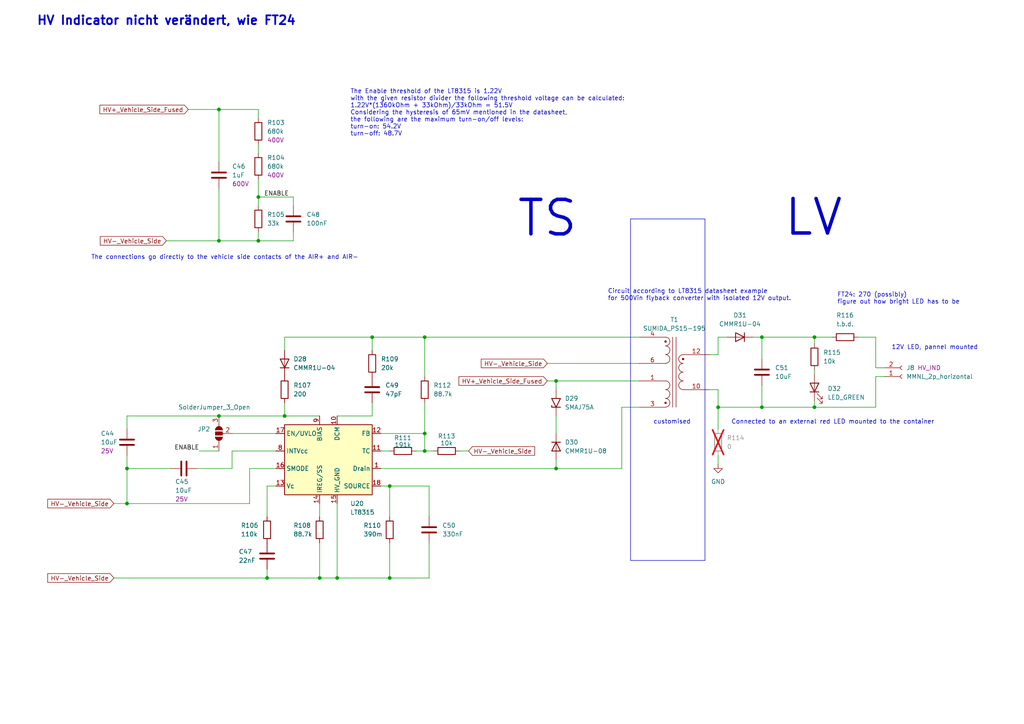
<source format=kicad_sch>
(kicad_sch
	(version 20231120)
	(generator "eeschema")
	(generator_version "8.0")
	(uuid "4459071b-d24b-42b5-b10c-2df6720e60d9")
	(paper "A4")
	(lib_symbols
		(symbol "Device:C"
			(pin_numbers hide)
			(pin_names
				(offset 0.254)
			)
			(exclude_from_sim no)
			(in_bom yes)
			(on_board yes)
			(property "Reference" "C"
				(at 0.635 2.54 0)
				(effects
					(font
						(size 1.27 1.27)
					)
					(justify left)
				)
			)
			(property "Value" "C"
				(at 0.635 -2.54 0)
				(effects
					(font
						(size 1.27 1.27)
					)
					(justify left)
				)
			)
			(property "Footprint" ""
				(at 0.9652 -3.81 0)
				(effects
					(font
						(size 1.27 1.27)
					)
					(hide yes)
				)
			)
			(property "Datasheet" "~"
				(at 0 0 0)
				(effects
					(font
						(size 1.27 1.27)
					)
					(hide yes)
				)
			)
			(property "Description" "Unpolarized capacitor"
				(at 0 0 0)
				(effects
					(font
						(size 1.27 1.27)
					)
					(hide yes)
				)
			)
			(property "ki_keywords" "cap capacitor"
				(at 0 0 0)
				(effects
					(font
						(size 1.27 1.27)
					)
					(hide yes)
				)
			)
			(property "ki_fp_filters" "C_*"
				(at 0 0 0)
				(effects
					(font
						(size 1.27 1.27)
					)
					(hide yes)
				)
			)
			(symbol "C_0_1"
				(polyline
					(pts
						(xy -2.032 -0.762) (xy 2.032 -0.762)
					)
					(stroke
						(width 0.508)
						(type default)
					)
					(fill
						(type none)
					)
				)
				(polyline
					(pts
						(xy -2.032 0.762) (xy 2.032 0.762)
					)
					(stroke
						(width 0.508)
						(type default)
					)
					(fill
						(type none)
					)
				)
			)
			(symbol "C_1_1"
				(pin passive line
					(at 0 3.81 270)
					(length 2.794)
					(name "~"
						(effects
							(font
								(size 1.27 1.27)
							)
						)
					)
					(number "1"
						(effects
							(font
								(size 1.27 1.27)
							)
						)
					)
				)
				(pin passive line
					(at 0 -3.81 90)
					(length 2.794)
					(name "~"
						(effects
							(font
								(size 1.27 1.27)
							)
						)
					)
					(number "2"
						(effects
							(font
								(size 1.27 1.27)
							)
						)
					)
				)
			)
		)
		(symbol "Device:LED"
			(pin_numbers hide)
			(pin_names
				(offset 1.016) hide)
			(exclude_from_sim no)
			(in_bom yes)
			(on_board yes)
			(property "Reference" "D"
				(at 0 2.54 0)
				(effects
					(font
						(size 1.27 1.27)
					)
				)
			)
			(property "Value" "LED"
				(at 0 -2.54 0)
				(effects
					(font
						(size 1.27 1.27)
					)
				)
			)
			(property "Footprint" ""
				(at 0 0 0)
				(effects
					(font
						(size 1.27 1.27)
					)
					(hide yes)
				)
			)
			(property "Datasheet" "~"
				(at 0 0 0)
				(effects
					(font
						(size 1.27 1.27)
					)
					(hide yes)
				)
			)
			(property "Description" "Light emitting diode"
				(at 0 0 0)
				(effects
					(font
						(size 1.27 1.27)
					)
					(hide yes)
				)
			)
			(property "ki_keywords" "LED diode"
				(at 0 0 0)
				(effects
					(font
						(size 1.27 1.27)
					)
					(hide yes)
				)
			)
			(property "ki_fp_filters" "LED* LED_SMD:* LED_THT:*"
				(at 0 0 0)
				(effects
					(font
						(size 1.27 1.27)
					)
					(hide yes)
				)
			)
			(symbol "LED_0_1"
				(polyline
					(pts
						(xy -1.27 -1.27) (xy -1.27 1.27)
					)
					(stroke
						(width 0.254)
						(type default)
					)
					(fill
						(type none)
					)
				)
				(polyline
					(pts
						(xy -1.27 0) (xy 1.27 0)
					)
					(stroke
						(width 0)
						(type default)
					)
					(fill
						(type none)
					)
				)
				(polyline
					(pts
						(xy 1.27 -1.27) (xy 1.27 1.27) (xy -1.27 0) (xy 1.27 -1.27)
					)
					(stroke
						(width 0.254)
						(type default)
					)
					(fill
						(type none)
					)
				)
				(polyline
					(pts
						(xy -3.048 -0.762) (xy -4.572 -2.286) (xy -3.81 -2.286) (xy -4.572 -2.286) (xy -4.572 -1.524)
					)
					(stroke
						(width 0)
						(type default)
					)
					(fill
						(type none)
					)
				)
				(polyline
					(pts
						(xy -1.778 -0.762) (xy -3.302 -2.286) (xy -2.54 -2.286) (xy -3.302 -2.286) (xy -3.302 -1.524)
					)
					(stroke
						(width 0)
						(type default)
					)
					(fill
						(type none)
					)
				)
			)
			(symbol "LED_1_1"
				(pin passive line
					(at -3.81 0 0)
					(length 2.54)
					(name "K"
						(effects
							(font
								(size 1.27 1.27)
							)
						)
					)
					(number "1"
						(effects
							(font
								(size 1.27 1.27)
							)
						)
					)
				)
				(pin passive line
					(at 3.81 0 180)
					(length 2.54)
					(name "A"
						(effects
							(font
								(size 1.27 1.27)
							)
						)
					)
					(number "2"
						(effects
							(font
								(size 1.27 1.27)
							)
						)
					)
				)
			)
		)
		(symbol "Device:R"
			(pin_numbers hide)
			(pin_names
				(offset 0)
			)
			(exclude_from_sim no)
			(in_bom yes)
			(on_board yes)
			(property "Reference" "R"
				(at 2.032 0 90)
				(effects
					(font
						(size 1.27 1.27)
					)
				)
			)
			(property "Value" "R"
				(at 0 0 90)
				(effects
					(font
						(size 1.27 1.27)
					)
				)
			)
			(property "Footprint" ""
				(at -1.778 0 90)
				(effects
					(font
						(size 1.27 1.27)
					)
					(hide yes)
				)
			)
			(property "Datasheet" "~"
				(at 0 0 0)
				(effects
					(font
						(size 1.27 1.27)
					)
					(hide yes)
				)
			)
			(property "Description" "Resistor"
				(at 0 0 0)
				(effects
					(font
						(size 1.27 1.27)
					)
					(hide yes)
				)
			)
			(property "ki_keywords" "R res resistor"
				(at 0 0 0)
				(effects
					(font
						(size 1.27 1.27)
					)
					(hide yes)
				)
			)
			(property "ki_fp_filters" "R_*"
				(at 0 0 0)
				(effects
					(font
						(size 1.27 1.27)
					)
					(hide yes)
				)
			)
			(symbol "R_0_1"
				(rectangle
					(start -1.016 -2.54)
					(end 1.016 2.54)
					(stroke
						(width 0.254)
						(type default)
					)
					(fill
						(type none)
					)
				)
			)
			(symbol "R_1_1"
				(pin passive line
					(at 0 3.81 270)
					(length 1.27)
					(name "~"
						(effects
							(font
								(size 1.27 1.27)
							)
						)
					)
					(number "1"
						(effects
							(font
								(size 1.27 1.27)
							)
						)
					)
				)
				(pin passive line
					(at 0 -3.81 90)
					(length 1.27)
					(name "~"
						(effects
							(font
								(size 1.27 1.27)
							)
						)
					)
					(number "2"
						(effects
							(font
								(size 1.27 1.27)
							)
						)
					)
				)
			)
		)
		(symbol "FaSTTUBe_connectors:MMNL_2p_horizontal"
			(pin_names
				(offset 1.016) hide)
			(exclude_from_sim no)
			(in_bom yes)
			(on_board yes)
			(property "Reference" "J"
				(at 0 2.54 0)
				(effects
					(font
						(size 1.27 1.27)
					)
				)
			)
			(property "Value" "MMNL_2p_horizontal"
				(at 0 -5.08 0)
				(effects
					(font
						(size 1.27 1.27)
					)
				)
			)
			(property "Footprint" "FaSTTUBe_connectors:Micro_Mate-N-Lok_2p_horizontal"
				(at 0 5.08 0)
				(effects
					(font
						(size 1.27 1.27)
					)
					(hide yes)
				)
			)
			(property "Datasheet" "~"
				(at 0 0 0)
				(effects
					(font
						(size 1.27 1.27)
					)
					(hide yes)
				)
			)
			(property "Description" "Micro Mate-N-Lok, single row, 2 position, SMD, horizontal"
				(at 0 0 0)
				(effects
					(font
						(size 1.27 1.27)
					)
					(hide yes)
				)
			)
			(property "ki_keywords" "connector mate-n-lok"
				(at 0 0 0)
				(effects
					(font
						(size 1.27 1.27)
					)
					(hide yes)
				)
			)
			(property "ki_fp_filters" "Connector*:*_1x??_*"
				(at 0 0 0)
				(effects
					(font
						(size 1.27 1.27)
					)
					(hide yes)
				)
			)
			(symbol "MMNL_2p_horizontal_1_1"
				(arc
					(start 0 -2.032)
					(mid -0.5058 -2.54)
					(end 0 -3.048)
					(stroke
						(width 0.1524)
						(type default)
					)
					(fill
						(type none)
					)
				)
				(polyline
					(pts
						(xy -1.27 -2.54) (xy -0.508 -2.54)
					)
					(stroke
						(width 0.1524)
						(type default)
					)
					(fill
						(type none)
					)
				)
				(polyline
					(pts
						(xy -1.27 0) (xy -0.508 0)
					)
					(stroke
						(width 0.1524)
						(type default)
					)
					(fill
						(type none)
					)
				)
				(arc
					(start 0 0.508)
					(mid -0.5058 0)
					(end 0 -0.508)
					(stroke
						(width 0.1524)
						(type default)
					)
					(fill
						(type none)
					)
				)
				(pin passive line
					(at -5.08 0 0)
					(length 3.81)
					(name "Pin_1"
						(effects
							(font
								(size 1.27 1.27)
							)
						)
					)
					(number "1"
						(effects
							(font
								(size 1.27 1.27)
							)
						)
					)
				)
				(pin passive line
					(at -5.08 -2.54 0)
					(length 3.81)
					(name "Pin_2"
						(effects
							(font
								(size 1.27 1.27)
							)
						)
					)
					(number "2"
						(effects
							(font
								(size 1.27 1.27)
							)
						)
					)
				)
			)
		)
		(symbol "HV_Indicator:CMMR1U-04"
			(pin_numbers hide)
			(pin_names
				(offset 1.016) hide)
			(exclude_from_sim no)
			(in_bom yes)
			(on_board yes)
			(property "Reference" "D"
				(at 0 2.54 0)
				(effects
					(font
						(size 1.27 1.27)
					)
				)
			)
			(property "Value" "CMMR1U-04"
				(at 0 -2.54 0)
				(effects
					(font
						(size 1.27 1.27)
					)
				)
			)
			(property "Footprint" "Diode_SMD:D_SOD-123F"
				(at 0 0 0)
				(effects
					(font
						(size 1.27 1.27)
					)
					(hide yes)
				)
			)
			(property "Datasheet" "https://www.mouser.de/datasheet/2/68/CSEMS02975_1-2539073.pdf"
				(at 0 0 0)
				(effects
					(font
						(size 1.27 1.27)
					)
					(hide yes)
				)
			)
			(property "Description" "Diode, Vr=400V, I=1.0A"
				(at 0 0 0)
				(effects
					(font
						(size 1.27 1.27)
					)
					(hide yes)
				)
			)
			(property "ki_keywords" "diode"
				(at 0 0 0)
				(effects
					(font
						(size 1.27 1.27)
					)
					(hide yes)
				)
			)
			(property "ki_fp_filters" "TO-???* *_Diode_* *SingleDiode* D_*"
				(at 0 0 0)
				(effects
					(font
						(size 1.27 1.27)
					)
					(hide yes)
				)
			)
			(symbol "CMMR1U-04_0_1"
				(polyline
					(pts
						(xy -1.27 1.27) (xy -1.27 -1.27)
					)
					(stroke
						(width 0.254)
						(type default)
					)
					(fill
						(type none)
					)
				)
				(polyline
					(pts
						(xy 1.27 0) (xy -1.27 0)
					)
					(stroke
						(width 0)
						(type default)
					)
					(fill
						(type none)
					)
				)
				(polyline
					(pts
						(xy 1.27 1.27) (xy 1.27 -1.27) (xy -1.27 0) (xy 1.27 1.27)
					)
					(stroke
						(width 0.254)
						(type default)
					)
					(fill
						(type none)
					)
				)
			)
			(symbol "CMMR1U-04_1_1"
				(pin passive line
					(at -3.81 0 0)
					(length 2.54)
					(name "K"
						(effects
							(font
								(size 1.27 1.27)
							)
						)
					)
					(number "1"
						(effects
							(font
								(size 1.27 1.27)
							)
						)
					)
				)
				(pin passive line
					(at 3.81 0 180)
					(length 2.54)
					(name "A"
						(effects
							(font
								(size 1.27 1.27)
							)
						)
					)
					(number "2"
						(effects
							(font
								(size 1.27 1.27)
							)
						)
					)
				)
			)
		)
		(symbol "HV_Indicator:CMMR1U-08"
			(pin_numbers hide)
			(pin_names
				(offset 1.016) hide)
			(exclude_from_sim no)
			(in_bom yes)
			(on_board yes)
			(property "Reference" "D"
				(at 0 2.54 0)
				(effects
					(font
						(size 1.27 1.27)
					)
				)
			)
			(property "Value" "CMMR1U-08"
				(at 0 -2.54 0)
				(effects
					(font
						(size 1.27 1.27)
					)
				)
			)
			(property "Footprint" "Diode_SMD:D_SOD-123F"
				(at 0 0 0)
				(effects
					(font
						(size 1.27 1.27)
					)
					(hide yes)
				)
			)
			(property "Datasheet" "https://www.mouser.de/datasheet/2/68/CSEMS02975_1-2539073.pdf"
				(at 0 0 0)
				(effects
					(font
						(size 1.27 1.27)
					)
					(hide yes)
				)
			)
			(property "Description" "Diode, Vr=800V, I=1.0A"
				(at 0 0 0)
				(effects
					(font
						(size 1.27 1.27)
					)
					(hide yes)
				)
			)
			(property "ki_keywords" "diode"
				(at 0 0 0)
				(effects
					(font
						(size 1.27 1.27)
					)
					(hide yes)
				)
			)
			(property "ki_fp_filters" "TO-???* *_Diode_* *SingleDiode* D_*"
				(at 0 0 0)
				(effects
					(font
						(size 1.27 1.27)
					)
					(hide yes)
				)
			)
			(symbol "CMMR1U-08_0_1"
				(polyline
					(pts
						(xy -1.27 1.27) (xy -1.27 -1.27)
					)
					(stroke
						(width 0.254)
						(type default)
					)
					(fill
						(type none)
					)
				)
				(polyline
					(pts
						(xy 1.27 0) (xy -1.27 0)
					)
					(stroke
						(width 0)
						(type default)
					)
					(fill
						(type none)
					)
				)
				(polyline
					(pts
						(xy 1.27 1.27) (xy 1.27 -1.27) (xy -1.27 0) (xy 1.27 1.27)
					)
					(stroke
						(width 0.254)
						(type default)
					)
					(fill
						(type none)
					)
				)
			)
			(symbol "CMMR1U-08_1_1"
				(pin passive line
					(at -3.81 0 0)
					(length 2.54)
					(name "K"
						(effects
							(font
								(size 1.27 1.27)
							)
						)
					)
					(number "1"
						(effects
							(font
								(size 1.27 1.27)
							)
						)
					)
				)
				(pin passive line
					(at 3.81 0 180)
					(length 2.54)
					(name "A"
						(effects
							(font
								(size 1.27 1.27)
							)
						)
					)
					(number "2"
						(effects
							(font
								(size 1.27 1.27)
							)
						)
					)
				)
			)
		)
		(symbol "HV_Indicator:LT8315"
			(exclude_from_sim no)
			(in_bom yes)
			(on_board yes)
			(property "Reference" "U901"
				(at 6.35 -12.7 0)
				(effects
					(font
						(size 1.27 1.27)
					)
					(justify left)
				)
			)
			(property "Value" "LT8315"
				(at 6.35 -15.24 0)
				(effects
					(font
						(size 1.27 1.27)
					)
					(justify left)
				)
			)
			(property "Footprint" "HV_Indicator:LT8315"
				(at 0 20.32 0)
				(effects
					(font
						(size 1.27 1.27)
					)
					(hide yes)
				)
			)
			(property "Datasheet" "https://www.analog.com/media/en/technical-documentation/data-sheets/8315fa.pdf"
				(at 0 22.86 0)
				(effects
					(font
						(size 1.27 1.27)
					)
					(hide yes)
				)
			)
			(property "Description" ""
				(at 0 0 0)
				(effects
					(font
						(size 1.27 1.27)
					)
					(hide yes)
				)
			)
			(symbol "LT8315_0_1"
				(rectangle
					(start -12.7 10.16)
					(end 12.7 -10.16)
					(stroke
						(width 0.254)
						(type default)
					)
					(fill
						(type background)
					)
				)
			)
			(symbol "LT8315_1_1"
				(pin open_collector line
					(at 15.24 -2.54 180)
					(length 2.54)
					(name "Drain"
						(effects
							(font
								(size 1.27 1.27)
							)
						)
					)
					(number "1"
						(effects
							(font
								(size 1.27 1.27)
							)
						)
					)
				)
				(pin passive line
					(at 2.54 12.7 270)
					(length 2.54)
					(name "DCM"
						(effects
							(font
								(size 1.27 1.27)
							)
						)
					)
					(number "10"
						(effects
							(font
								(size 1.27 1.27)
							)
						)
					)
				)
				(pin input line
					(at 15.24 2.54 180)
					(length 2.54)
					(name "TC"
						(effects
							(font
								(size 1.27 1.27)
							)
						)
					)
					(number "11"
						(effects
							(font
								(size 1.27 1.27)
							)
						)
					)
				)
				(pin input line
					(at 15.24 7.62 180)
					(length 2.54)
					(name "FB"
						(effects
							(font
								(size 1.27 1.27)
							)
						)
					)
					(number "12"
						(effects
							(font
								(size 1.27 1.27)
							)
						)
					)
				)
				(pin input line
					(at -15.24 -7.62 0)
					(length 2.54)
					(name "Vc"
						(effects
							(font
								(size 1.27 1.27)
							)
						)
					)
					(number "13"
						(effects
							(font
								(size 1.27 1.27)
							)
						)
					)
				)
				(pin input line
					(at -2.54 -12.7 90)
					(length 2.54)
					(name "IREG/SS"
						(effects
							(font
								(size 1.27 1.27)
							)
						)
					)
					(number "14"
						(effects
							(font
								(size 1.27 1.27)
							)
						)
					)
				)
				(pin power_in line
					(at 2.54 -12.7 90)
					(length 2.54)
					(name "HV_GND"
						(effects
							(font
								(size 1.27 1.27)
							)
						)
					)
					(number "15"
						(effects
							(font
								(size 1.27 1.27)
							)
						)
					)
				)
				(pin input line
					(at -15.24 -2.54 0)
					(length 2.54)
					(name "SMODE"
						(effects
							(font
								(size 1.27 1.27)
							)
						)
					)
					(number "16"
						(effects
							(font
								(size 1.27 1.27)
							)
						)
					)
				)
				(pin input line
					(at -15.24 7.62 0)
					(length 2.54)
					(name "EN/UVLO"
						(effects
							(font
								(size 1.27 1.27)
							)
						)
					)
					(number "17"
						(effects
							(font
								(size 1.27 1.27)
							)
						)
					)
				)
				(pin passive line
					(at 15.24 -7.62 180)
					(length 2.54)
					(name "SOURCE"
						(effects
							(font
								(size 1.27 1.27)
							)
						)
					)
					(number "18"
						(effects
							(font
								(size 1.27 1.27)
							)
						)
					)
				)
				(pin no_connect line
					(at -7.62 -12.7 90)
					(length 2.54) hide
					(name "N.C."
						(effects
							(font
								(size 1.27 1.27)
							)
						)
					)
					(number "19"
						(effects
							(font
								(size 1.27 1.27)
							)
						)
					)
				)
				(pin open_collector line
					(at 15.24 -2.54 180)
					(length 2.54) hide
					(name "Drain"
						(effects
							(font
								(size 1.27 1.27)
							)
						)
					)
					(number "2"
						(effects
							(font
								(size 1.27 1.27)
							)
						)
					)
				)
				(pin power_in line
					(at 2.54 -12.7 90)
					(length 2.54) hide
					(name "HV_GND"
						(effects
							(font
								(size 1.27 1.27)
							)
						)
					)
					(number "20"
						(effects
							(font
								(size 1.27 1.27)
							)
						)
					)
				)
				(pin power_in line
					(at 2.54 -12.7 90)
					(length 2.54) hide
					(name "HV_GND"
						(effects
							(font
								(size 1.27 1.27)
							)
						)
					)
					(number "21"
						(effects
							(font
								(size 1.27 1.27)
							)
						)
					)
				)
				(pin open_collector line
					(at 15.24 -2.54 180)
					(length 2.54) hide
					(name "Drain"
						(effects
							(font
								(size 1.27 1.27)
							)
						)
					)
					(number "3"
						(effects
							(font
								(size 1.27 1.27)
							)
						)
					)
				)
				(pin passive line
					(at -15.24 2.54 0)
					(length 2.54)
					(name "INTVcc"
						(effects
							(font
								(size 1.27 1.27)
							)
						)
					)
					(number "8"
						(effects
							(font
								(size 1.27 1.27)
							)
						)
					)
				)
				(pin passive line
					(at -2.54 12.7 270)
					(length 2.54)
					(name "BIAS"
						(effects
							(font
								(size 1.27 1.27)
							)
						)
					)
					(number "9"
						(effects
							(font
								(size 1.27 1.27)
							)
						)
					)
				)
			)
		)
		(symbol "HV_Indicator:SMAJ75A"
			(pin_numbers hide)
			(pin_names
				(offset 1.016) hide)
			(exclude_from_sim no)
			(in_bom yes)
			(on_board yes)
			(property "Reference" "D"
				(at 0 2.54 0)
				(effects
					(font
						(size 1.27 1.27)
					)
				)
			)
			(property "Value" "SMAJ75A"
				(at 0 -2.54 0)
				(effects
					(font
						(size 1.27 1.27)
					)
				)
			)
			(property "Footprint" "Diode_SMD:D_SMA"
				(at 0 -5.08 0)
				(effects
					(font
						(size 1.27 1.27)
					)
					(hide yes)
				)
			)
			(property "Datasheet" "https://www.littelfuse.com/media?resourcetype=datasheets&itemid=75e32973-b177-4ee3-a0ff-cedaf1abdb93&filename=smaj-datasheet"
				(at -1.27 0 0)
				(effects
					(font
						(size 1.27 1.27)
					)
					(hide yes)
				)
			)
			(property "Description" "400W unidirectional Transil Transient Voltage Suppressor, 75.0Vrwm, DO-214AC"
				(at 0 0 0)
				(effects
					(font
						(size 1.27 1.27)
					)
					(hide yes)
				)
			)
			(property "ki_keywords" "diode TVS voltage suppressor"
				(at 0 0 0)
				(effects
					(font
						(size 1.27 1.27)
					)
					(hide yes)
				)
			)
			(property "ki_fp_filters" "D*SMB*"
				(at 0 0 0)
				(effects
					(font
						(size 1.27 1.27)
					)
					(hide yes)
				)
			)
			(symbol "SMAJ75A_0_1"
				(polyline
					(pts
						(xy -0.762 1.27) (xy -1.27 1.27) (xy -1.27 -1.27)
					)
					(stroke
						(width 0.254)
						(type default)
					)
					(fill
						(type none)
					)
				)
				(polyline
					(pts
						(xy 1.27 1.27) (xy 1.27 -1.27) (xy -1.27 0) (xy 1.27 1.27)
					)
					(stroke
						(width 0.254)
						(type default)
					)
					(fill
						(type none)
					)
				)
			)
			(symbol "SMAJ75A_1_1"
				(pin passive line
					(at -3.81 0 0)
					(length 2.54)
					(name "A1"
						(effects
							(font
								(size 1.27 1.27)
							)
						)
					)
					(number "1"
						(effects
							(font
								(size 1.27 1.27)
							)
						)
					)
				)
				(pin passive line
					(at 3.81 0 180)
					(length 2.54)
					(name "A2"
						(effects
							(font
								(size 1.27 1.27)
							)
						)
					)
					(number "2"
						(effects
							(font
								(size 1.27 1.27)
							)
						)
					)
				)
			)
		)
		(symbol "HV_Indicator:SUMIDA_PS15-195"
			(pin_names
				(offset 1.016) hide)
			(exclude_from_sim no)
			(in_bom yes)
			(on_board yes)
			(property "Reference" "T"
				(at 0 12.7 0)
				(effects
					(font
						(size 1.27 1.27)
					)
				)
			)
			(property "Value" "SUMIDA_PS15-195"
				(at 0 -12.7 0)
				(effects
					(font
						(size 1.27 1.27)
					)
				)
			)
			(property "Footprint" "HV_Indicator:sumida"
				(at 0 0 0)
				(effects
					(font
						(size 1.27 1.27)
					)
					(hide yes)
				)
			)
			(property "Datasheet" "~"
				(at 0 0 0)
				(effects
					(font
						(size 1.27 1.27)
					)
					(hide yes)
				)
			)
			(property "Description" "Transformer, dual primary, single secondary"
				(at 0 0 0)
				(effects
					(font
						(size 1.27 1.27)
					)
					(hide yes)
				)
			)
			(property "ki_keywords" "transformer coil magnet"
				(at 0 0 0)
				(effects
					(font
						(size 1.27 1.27)
					)
					(hide yes)
				)
			)
			(symbol "SUMIDA_PS15-195_0_1"
				(arc
					(start -2.54 -10.1346)
					(mid -1.6599 -9.7701)
					(end -1.2954 -8.89)
					(stroke
						(width 0)
						(type default)
					)
					(fill
						(type none)
					)
				)
				(circle
					(center -2.54 -8.89)
					(radius 0.254)
					(stroke
						(width 0)
						(type default)
					)
					(fill
						(type outline)
					)
				)
				(arc
					(start -2.54 -7.5946)
					(mid -1.6599 -7.2301)
					(end -1.2954 -6.35)
					(stroke
						(width 0)
						(type default)
					)
					(fill
						(type none)
					)
				)
				(arc
					(start -2.54 -5.0546)
					(mid -1.6599 -4.6901)
					(end -1.2954 -3.81)
					(stroke
						(width 0)
						(type default)
					)
					(fill
						(type none)
					)
				)
				(arc
					(start -2.54 2.5654)
					(mid -1.6599 2.9299)
					(end -1.2954 3.81)
					(stroke
						(width 0)
						(type default)
					)
					(fill
						(type none)
					)
				)
				(arc
					(start -2.54 5.1054)
					(mid -1.6599 5.4699)
					(end -1.2954 6.35)
					(stroke
						(width 0)
						(type default)
					)
					(fill
						(type none)
					)
				)
				(arc
					(start -2.54 7.6454)
					(mid -1.6599 8.0099)
					(end -1.2954 8.89)
					(stroke
						(width 0)
						(type default)
					)
					(fill
						(type none)
					)
				)
				(circle
					(center -2.54 8.89)
					(radius 0.254)
					(stroke
						(width 0)
						(type default)
					)
					(fill
						(type outline)
					)
				)
				(arc
					(start -1.2954 -8.89)
					(mid -1.6457 -7.9883)
					(end -2.54 -7.62)
					(stroke
						(width 0)
						(type default)
					)
					(fill
						(type none)
					)
				)
				(arc
					(start -1.2954 -6.35)
					(mid -1.6457 -5.4483)
					(end -2.54 -5.08)
					(stroke
						(width 0)
						(type default)
					)
					(fill
						(type none)
					)
				)
				(arc
					(start -1.2954 -3.81)
					(mid -1.6457 -2.9083)
					(end -2.54 -2.54)
					(stroke
						(width 0)
						(type default)
					)
					(fill
						(type none)
					)
				)
				(arc
					(start -1.2954 3.81)
					(mid -1.6457 4.7117)
					(end -2.54 5.08)
					(stroke
						(width 0)
						(type default)
					)
					(fill
						(type none)
					)
				)
				(arc
					(start -1.2954 6.35)
					(mid -1.6457 7.2517)
					(end -2.54 7.62)
					(stroke
						(width 0)
						(type default)
					)
					(fill
						(type none)
					)
				)
				(arc
					(start -1.2954 8.89)
					(mid -1.6457 9.7917)
					(end -2.54 10.16)
					(stroke
						(width 0)
						(type default)
					)
					(fill
						(type none)
					)
				)
				(polyline
					(pts
						(xy -0.508 10.16) (xy -0.508 -10.16)
					)
					(stroke
						(width 0)
						(type default)
					)
					(fill
						(type none)
					)
				)
				(polyline
					(pts
						(xy 0.508 -10.16) (xy 0.508 10.16)
					)
					(stroke
						(width 0)
						(type default)
					)
					(fill
						(type none)
					)
				)
				(arc
					(start 1.27 -3.81)
					(mid 1.656 -4.6864)
					(end 2.54 -5.0546)
					(stroke
						(width 0)
						(type default)
					)
					(fill
						(type none)
					)
				)
				(arc
					(start 1.27 -1.27)
					(mid 1.656 -2.1464)
					(end 2.54 -2.5146)
					(stroke
						(width 0)
						(type default)
					)
					(fill
						(type none)
					)
				)
				(arc
					(start 1.27 1.27)
					(mid 1.656 0.3936)
					(end 2.54 0.0254)
					(stroke
						(width 0)
						(type default)
					)
					(fill
						(type none)
					)
				)
				(arc
					(start 1.27 3.81)
					(mid 1.656 2.9336)
					(end 2.54 2.5654)
					(stroke
						(width 0)
						(type default)
					)
					(fill
						(type none)
					)
				)
				(arc
					(start 2.54 -2.54)
					(mid 1.642 -2.912)
					(end 1.27 -3.81)
					(stroke
						(width 0)
						(type default)
					)
					(fill
						(type none)
					)
				)
				(arc
					(start 2.54 0)
					(mid 1.642 -0.372)
					(end 1.27 -1.27)
					(stroke
						(width 0)
						(type default)
					)
					(fill
						(type none)
					)
				)
				(arc
					(start 2.54 2.54)
					(mid 1.642 2.168)
					(end 1.27 1.27)
					(stroke
						(width 0)
						(type default)
					)
					(fill
						(type none)
					)
				)
				(circle
					(center 2.54 3.81)
					(radius 0.254)
					(stroke
						(width 0)
						(type default)
					)
					(fill
						(type outline)
					)
				)
				(arc
					(start 2.54 5.08)
					(mid 1.642 4.708)
					(end 1.27 3.81)
					(stroke
						(width 0)
						(type default)
					)
					(fill
						(type none)
					)
				)
			)
			(symbol "SUMIDA_PS15-195_1_1"
				(pin passive line
					(at -10.16 -2.54 0)
					(length 7.62)
					(name "SC"
						(effects
							(font
								(size 1.27 1.27)
							)
						)
					)
					(number "1"
						(effects
							(font
								(size 1.27 1.27)
							)
						)
					)
				)
				(pin passive line
					(at 10.16 -5.08 180)
					(length 7.62)
					(name "AB"
						(effects
							(font
								(size 1.27 1.27)
							)
						)
					)
					(number "10"
						(effects
							(font
								(size 1.27 1.27)
							)
						)
					)
				)
				(pin passive line
					(at 10.16 5.08 180)
					(length 7.62)
					(name "AA"
						(effects
							(font
								(size 1.27 1.27)
							)
						)
					)
					(number "12"
						(effects
							(font
								(size 1.27 1.27)
							)
						)
					)
				)
				(pin passive line
					(at -10.16 -10.16 0)
					(length 7.62)
					(name "SD"
						(effects
							(font
								(size 1.27 1.27)
							)
						)
					)
					(number "3"
						(effects
							(font
								(size 1.27 1.27)
							)
						)
					)
				)
				(pin passive line
					(at -10.16 10.16 0)
					(length 7.62)
					(name "~"
						(effects
							(font
								(size 1.27 1.27)
							)
						)
					)
					(number "4"
						(effects
							(font
								(size 1.27 1.27)
							)
						)
					)
				)
				(pin passive line
					(at -10.16 2.54 0)
					(length 7.62)
					(name "~"
						(effects
							(font
								(size 1.27 1.27)
							)
						)
					)
					(number "6"
						(effects
							(font
								(size 1.27 1.27)
							)
						)
					)
				)
			)
		)
		(symbol "Jumper:SolderJumper_3_Open"
			(pin_names
				(offset 0) hide)
			(exclude_from_sim no)
			(in_bom yes)
			(on_board yes)
			(property "Reference" "JP"
				(at -2.54 -2.54 0)
				(effects
					(font
						(size 1.27 1.27)
					)
				)
			)
			(property "Value" "SolderJumper_3_Open"
				(at 0 2.794 0)
				(effects
					(font
						(size 1.27 1.27)
					)
				)
			)
			(property "Footprint" ""
				(at 0 0 0)
				(effects
					(font
						(size 1.27 1.27)
					)
					(hide yes)
				)
			)
			(property "Datasheet" "~"
				(at 0 0 0)
				(effects
					(font
						(size 1.27 1.27)
					)
					(hide yes)
				)
			)
			(property "Description" "Solder Jumper, 3-pole, open"
				(at 0 0 0)
				(effects
					(font
						(size 1.27 1.27)
					)
					(hide yes)
				)
			)
			(property "ki_keywords" "Solder Jumper SPDT"
				(at 0 0 0)
				(effects
					(font
						(size 1.27 1.27)
					)
					(hide yes)
				)
			)
			(property "ki_fp_filters" "SolderJumper*Open*"
				(at 0 0 0)
				(effects
					(font
						(size 1.27 1.27)
					)
					(hide yes)
				)
			)
			(symbol "SolderJumper_3_Open_0_1"
				(arc
					(start -1.016 1.016)
					(mid -2.0276 0)
					(end -1.016 -1.016)
					(stroke
						(width 0)
						(type default)
					)
					(fill
						(type none)
					)
				)
				(arc
					(start -1.016 1.016)
					(mid -2.0276 0)
					(end -1.016 -1.016)
					(stroke
						(width 0)
						(type default)
					)
					(fill
						(type outline)
					)
				)
				(rectangle
					(start -0.508 1.016)
					(end 0.508 -1.016)
					(stroke
						(width 0)
						(type default)
					)
					(fill
						(type outline)
					)
				)
				(polyline
					(pts
						(xy -2.54 0) (xy -2.032 0)
					)
					(stroke
						(width 0)
						(type default)
					)
					(fill
						(type none)
					)
				)
				(polyline
					(pts
						(xy -1.016 1.016) (xy -1.016 -1.016)
					)
					(stroke
						(width 0)
						(type default)
					)
					(fill
						(type none)
					)
				)
				(polyline
					(pts
						(xy 0 -1.27) (xy 0 -1.016)
					)
					(stroke
						(width 0)
						(type default)
					)
					(fill
						(type none)
					)
				)
				(polyline
					(pts
						(xy 1.016 1.016) (xy 1.016 -1.016)
					)
					(stroke
						(width 0)
						(type default)
					)
					(fill
						(type none)
					)
				)
				(polyline
					(pts
						(xy 2.54 0) (xy 2.032 0)
					)
					(stroke
						(width 0)
						(type default)
					)
					(fill
						(type none)
					)
				)
				(arc
					(start 1.016 -1.016)
					(mid 2.0276 0)
					(end 1.016 1.016)
					(stroke
						(width 0)
						(type default)
					)
					(fill
						(type none)
					)
				)
				(arc
					(start 1.016 -1.016)
					(mid 2.0276 0)
					(end 1.016 1.016)
					(stroke
						(width 0)
						(type default)
					)
					(fill
						(type outline)
					)
				)
			)
			(symbol "SolderJumper_3_Open_1_1"
				(pin passive line
					(at -5.08 0 0)
					(length 2.54)
					(name "A"
						(effects
							(font
								(size 1.27 1.27)
							)
						)
					)
					(number "1"
						(effects
							(font
								(size 1.27 1.27)
							)
						)
					)
				)
				(pin passive line
					(at 0 -3.81 90)
					(length 2.54)
					(name "C"
						(effects
							(font
								(size 1.27 1.27)
							)
						)
					)
					(number "2"
						(effects
							(font
								(size 1.27 1.27)
							)
						)
					)
				)
				(pin passive line
					(at 5.08 0 180)
					(length 2.54)
					(name "B"
						(effects
							(font
								(size 1.27 1.27)
							)
						)
					)
					(number "3"
						(effects
							(font
								(size 1.27 1.27)
							)
						)
					)
				)
			)
		)
		(symbol "power:GND"
			(power)
			(pin_numbers hide)
			(pin_names
				(offset 0) hide)
			(exclude_from_sim no)
			(in_bom yes)
			(on_board yes)
			(property "Reference" "#PWR"
				(at 0 -6.35 0)
				(effects
					(font
						(size 1.27 1.27)
					)
					(hide yes)
				)
			)
			(property "Value" "GND"
				(at 0 -3.81 0)
				(effects
					(font
						(size 1.27 1.27)
					)
				)
			)
			(property "Footprint" ""
				(at 0 0 0)
				(effects
					(font
						(size 1.27 1.27)
					)
					(hide yes)
				)
			)
			(property "Datasheet" ""
				(at 0 0 0)
				(effects
					(font
						(size 1.27 1.27)
					)
					(hide yes)
				)
			)
			(property "Description" "Power symbol creates a global label with name \"GND\" , ground"
				(at 0 0 0)
				(effects
					(font
						(size 1.27 1.27)
					)
					(hide yes)
				)
			)
			(property "ki_keywords" "global power"
				(at 0 0 0)
				(effects
					(font
						(size 1.27 1.27)
					)
					(hide yes)
				)
			)
			(symbol "GND_0_1"
				(polyline
					(pts
						(xy 0 0) (xy 0 -1.27) (xy 1.27 -1.27) (xy 0 -2.54) (xy -1.27 -1.27) (xy 0 -1.27)
					)
					(stroke
						(width 0)
						(type default)
					)
					(fill
						(type none)
					)
				)
			)
			(symbol "GND_1_1"
				(pin power_in line
					(at 0 0 270)
					(length 0)
					(name "~"
						(effects
							(font
								(size 1.27 1.27)
							)
						)
					)
					(number "1"
						(effects
							(font
								(size 1.27 1.27)
							)
						)
					)
				)
			)
		)
	)
	(junction
		(at 161.29 135.89)
		(diameter 0)
		(color 0 0 0 0)
		(uuid "00c4075d-2b03-4f2d-b634-a58d6ea0774b")
	)
	(junction
		(at 74.93 57.15)
		(diameter 0)
		(color 0 0 0 0)
		(uuid "0ffca64b-1383-4dae-bb09-4337751c30db")
	)
	(junction
		(at 220.98 118.11)
		(diameter 0)
		(color 0 0 0 0)
		(uuid "1c90cea6-48dd-43a8-b326-6b94a5b565b1")
	)
	(junction
		(at 113.03 140.97)
		(diameter 0)
		(color 0 0 0 0)
		(uuid "36350f28-769b-46f2-8210-53a9eccf3efa")
	)
	(junction
		(at 82.55 120.65)
		(diameter 0)
		(color 0 0 0 0)
		(uuid "447e6dd6-c2af-4fad-b5a2-001c312365b9")
	)
	(junction
		(at 36.83 146.05)
		(diameter 0)
		(color 0 0 0 0)
		(uuid "53ddd7f9-f833-42e9-8b68-7ceccafb827f")
	)
	(junction
		(at 97.79 167.64)
		(diameter 0)
		(color 0 0 0 0)
		(uuid "6b4ab4b5-58ef-4d8d-9368-235a1e9b53b6")
	)
	(junction
		(at 63.5 120.65)
		(diameter 0)
		(color 0 0 0 0)
		(uuid "767e8812-022a-49cf-847e-d75967a7a25b")
	)
	(junction
		(at 36.83 135.89)
		(diameter 0)
		(color 0 0 0 0)
		(uuid "7d973125-6edc-4a0c-9939-c5b8041ecc13")
	)
	(junction
		(at 123.19 130.81)
		(diameter 0)
		(color 0 0 0 0)
		(uuid "8236e5a1-51bf-4faa-8407-8ce7dcfd4acb")
	)
	(junction
		(at 92.71 167.64)
		(diameter 0)
		(color 0 0 0 0)
		(uuid "86313e00-e179-4042-b547-8a6d6361d2b0")
	)
	(junction
		(at 236.22 97.79)
		(diameter 0)
		(color 0 0 0 0)
		(uuid "9a52aa71-7498-4708-a205-a881ef1faad2")
	)
	(junction
		(at 220.98 97.79)
		(diameter 0)
		(color 0 0 0 0)
		(uuid "9eb96163-26a9-41c2-873d-26b5028181cb")
	)
	(junction
		(at 113.03 167.64)
		(diameter 0)
		(color 0 0 0 0)
		(uuid "ac1b2121-37f6-4dab-aa4f-718a4638ceb3")
	)
	(junction
		(at 63.5 31.75)
		(diameter 0)
		(color 0 0 0 0)
		(uuid "b0355a44-9532-4389-a11c-c0d9b87718cf")
	)
	(junction
		(at 123.19 97.79)
		(diameter 0)
		(color 0 0 0 0)
		(uuid "bdb54e10-ed4a-4c73-b5b1-aa04dd2768f8")
	)
	(junction
		(at 161.29 110.49)
		(diameter 0)
		(color 0 0 0 0)
		(uuid "be1c02d4-db66-4a89-9b77-d3d0cf90c428")
	)
	(junction
		(at 236.22 118.11)
		(diameter 0)
		(color 0 0 0 0)
		(uuid "c62eb2a5-83be-4720-b1cb-0f55161e54f2")
	)
	(junction
		(at 77.47 167.64)
		(diameter 0)
		(color 0 0 0 0)
		(uuid "c8a032d8-4286-41d3-9f4e-ea1b93d7b066")
	)
	(junction
		(at 74.93 69.85)
		(diameter 0)
		(color 0 0 0 0)
		(uuid "cb14b51d-0428-4a83-9e5a-851c1b79d547")
	)
	(junction
		(at 63.5 69.85)
		(diameter 0)
		(color 0 0 0 0)
		(uuid "d87213c6-3195-483a-ae32-47c3e058f722")
	)
	(junction
		(at 107.95 97.79)
		(diameter 0)
		(color 0 0 0 0)
		(uuid "f0dc038d-a53d-45a0-a5f5-2d6f2433fc21")
	)
	(junction
		(at 208.28 118.11)
		(diameter 0)
		(color 0 0 0 0)
		(uuid "f14c62f5-164d-49e4-b474-a7cf8031033d")
	)
	(junction
		(at 123.19 125.73)
		(diameter 0)
		(color 0 0 0 0)
		(uuid "fa0b1147-c05e-46b1-bc1e-8812e3686308")
	)
	(wire
		(pts
			(xy 123.19 125.73) (xy 110.49 125.73)
		)
		(stroke
			(width 0)
			(type default)
		)
		(uuid "0091152b-c2f8-415b-b749-238cc80a86d7")
	)
	(wire
		(pts
			(xy 256.54 109.22) (xy 254 109.22)
		)
		(stroke
			(width 0)
			(type default)
		)
		(uuid "00d207cf-30c2-4bbb-8cd1-b3be94550dff")
	)
	(wire
		(pts
			(xy 74.93 69.85) (xy 63.5 69.85)
		)
		(stroke
			(width 0)
			(type default)
		)
		(uuid "045794ee-285f-44ac-88d7-44bc481b786e")
	)
	(wire
		(pts
			(xy 123.19 109.22) (xy 123.19 97.79)
		)
		(stroke
			(width 0)
			(type default)
		)
		(uuid "058acd97-559f-4d9a-ad33-ee79eb1c4a3a")
	)
	(wire
		(pts
			(xy 254 97.79) (xy 248.92 97.79)
		)
		(stroke
			(width 0)
			(type default)
		)
		(uuid "05ec82ea-f606-48e5-8434-9c87b6f9ce56")
	)
	(wire
		(pts
			(xy 72.39 135.89) (xy 80.01 135.89)
		)
		(stroke
			(width 0)
			(type default)
		)
		(uuid "0fdda56a-7a5c-4527-b9a8-276b7d26f903")
	)
	(wire
		(pts
			(xy 82.55 97.79) (xy 107.95 97.79)
		)
		(stroke
			(width 0)
			(type default)
		)
		(uuid "1079e58e-11d8-476c-a58f-ea87b1bb5e40")
	)
	(wire
		(pts
			(xy 77.47 149.86) (xy 77.47 140.97)
		)
		(stroke
			(width 0)
			(type default)
		)
		(uuid "110cac66-499e-4e25-9566-5138c3f181f3")
	)
	(wire
		(pts
			(xy 63.5 54.61) (xy 63.5 69.85)
		)
		(stroke
			(width 0)
			(type default)
		)
		(uuid "136a0de0-886c-44a7-8fe1-0d1300a38ea0")
	)
	(wire
		(pts
			(xy 254 106.68) (xy 254 97.79)
		)
		(stroke
			(width 0)
			(type default)
		)
		(uuid "14b13fa7-5490-4855-b000-7ea7f4fbd25f")
	)
	(wire
		(pts
			(xy 254 109.22) (xy 254 118.11)
		)
		(stroke
			(width 0)
			(type default)
		)
		(uuid "169cd5ec-8319-497b-affb-f443055e26f9")
	)
	(wire
		(pts
			(xy 72.39 135.89) (xy 72.39 146.05)
		)
		(stroke
			(width 0)
			(type default)
		)
		(uuid "17b9d8e8-e6c7-4dbb-9f57-5a98d39bd973")
	)
	(wire
		(pts
			(xy 77.47 167.64) (xy 77.47 165.1)
		)
		(stroke
			(width 0)
			(type default)
		)
		(uuid "1899e895-f1a1-42bb-a9e9-6043159267b3")
	)
	(wire
		(pts
			(xy 36.83 146.05) (xy 72.39 146.05)
		)
		(stroke
			(width 0)
			(type default)
		)
		(uuid "1bcc0dfa-abf0-4dde-b31e-3ae7cfb71991")
	)
	(wire
		(pts
			(xy 123.19 130.81) (xy 123.19 125.73)
		)
		(stroke
			(width 0)
			(type default)
		)
		(uuid "1d5f5756-c94d-4d2e-80a6-7a17da6e6a43")
	)
	(wire
		(pts
			(xy 220.98 97.79) (xy 236.22 97.79)
		)
		(stroke
			(width 0)
			(type default)
		)
		(uuid "1ecc9f3a-a759-4d3a-b3b9-b86848489ade")
	)
	(wire
		(pts
			(xy 63.5 120.65) (xy 82.55 120.65)
		)
		(stroke
			(width 0)
			(type default)
		)
		(uuid "20555d17-66df-4f72-a3f7-ab7607a567ff")
	)
	(wire
		(pts
			(xy 123.19 130.81) (xy 125.73 130.81)
		)
		(stroke
			(width 0)
			(type default)
		)
		(uuid "21dad6c1-73b2-4ac6-80a4-97474bbf5752")
	)
	(wire
		(pts
			(xy 180.34 118.11) (xy 180.34 135.89)
		)
		(stroke
			(width 0)
			(type default)
		)
		(uuid "237435ec-396c-4e3d-86a5-dcefe44b0c3a")
	)
	(wire
		(pts
			(xy 113.03 157.48) (xy 113.03 167.64)
		)
		(stroke
			(width 0)
			(type default)
		)
		(uuid "24b3220f-f47a-43a7-9744-30a18c2def3c")
	)
	(wire
		(pts
			(xy 92.71 167.64) (xy 97.79 167.64)
		)
		(stroke
			(width 0)
			(type default)
		)
		(uuid "28fbbb69-5fc8-42c4-8a57-c0b56a5d5c6b")
	)
	(wire
		(pts
			(xy 236.22 116.205) (xy 236.22 118.11)
		)
		(stroke
			(width 0)
			(type default)
		)
		(uuid "2cb02e2c-b260-48b0-82a8-227fb0d32bf4")
	)
	(wire
		(pts
			(xy 205.74 102.87) (xy 208.28 102.87)
		)
		(stroke
			(width 0)
			(type default)
		)
		(uuid "2d6ba780-5fb8-4844-af09-1d31dc084be4")
	)
	(wire
		(pts
			(xy 36.83 135.89) (xy 49.53 135.89)
		)
		(stroke
			(width 0)
			(type default)
		)
		(uuid "2d8bdb00-6740-4c70-8a87-f580cf8472da")
	)
	(wire
		(pts
			(xy 158.75 105.41) (xy 185.42 105.41)
		)
		(stroke
			(width 0)
			(type default)
		)
		(uuid "35893504-e7c2-43dc-9cd5-ca190a8ad1ee")
	)
	(wire
		(pts
			(xy 74.93 34.29) (xy 74.93 31.75)
		)
		(stroke
			(width 0)
			(type default)
		)
		(uuid "366d4920-befc-4509-8e65-0264a9dfacfa")
	)
	(wire
		(pts
			(xy 161.29 133.35) (xy 161.29 135.89)
		)
		(stroke
			(width 0)
			(type default)
		)
		(uuid "37ccd479-f71e-40e2-8a10-243896e00ddd")
	)
	(wire
		(pts
			(xy 208.28 102.87) (xy 208.28 97.79)
		)
		(stroke
			(width 0)
			(type default)
		)
		(uuid "3b0ef338-1ce5-47bd-97e4-3688cbf24e0e")
	)
	(wire
		(pts
			(xy 161.29 110.49) (xy 161.29 113.03)
		)
		(stroke
			(width 0)
			(type default)
		)
		(uuid "3eba7bcd-a363-4b40-b1bd-db7a06d60c79")
	)
	(wire
		(pts
			(xy 208.28 132.08) (xy 208.28 134.62)
		)
		(stroke
			(width 0)
			(type default)
		)
		(uuid "41f21d99-f48b-4dad-afaa-5cf58dbc9bfc")
	)
	(wire
		(pts
			(xy 124.46 167.64) (xy 113.03 167.64)
		)
		(stroke
			(width 0)
			(type default)
		)
		(uuid "44733221-aa8c-4d6e-bc35-1d48bd1e080f")
	)
	(wire
		(pts
			(xy 180.34 135.89) (xy 161.29 135.89)
		)
		(stroke
			(width 0)
			(type default)
		)
		(uuid "46cfe5d3-99b5-48a1-a6ea-ec130133176a")
	)
	(wire
		(pts
			(xy 236.22 97.79) (xy 236.22 99.695)
		)
		(stroke
			(width 0)
			(type default)
		)
		(uuid "46f4e551-f2c4-4f1f-92b6-c758a5afeb01")
	)
	(wire
		(pts
			(xy 92.71 167.64) (xy 77.47 167.64)
		)
		(stroke
			(width 0)
			(type default)
		)
		(uuid "4c884bf7-70d1-4e81-a34d-dcc0be92633f")
	)
	(wire
		(pts
			(xy 123.19 97.79) (xy 107.95 97.79)
		)
		(stroke
			(width 0)
			(type default)
		)
		(uuid "4cd3e767-96ac-4fc1-92f1-ac79758ed240")
	)
	(wire
		(pts
			(xy 33.02 146.05) (xy 36.83 146.05)
		)
		(stroke
			(width 0)
			(type default)
		)
		(uuid "4f2530d7-d8a4-41ce-b5e1-443a039a76c3")
	)
	(wire
		(pts
			(xy 57.785 130.81) (xy 63.5 130.81)
		)
		(stroke
			(width 0)
			(type default)
		)
		(uuid "50a17d1f-5d89-4e79-9e39-edbe65dfc473")
	)
	(wire
		(pts
			(xy 36.83 120.65) (xy 36.83 124.46)
		)
		(stroke
			(width 0)
			(type default)
		)
		(uuid "5597a5d2-56d1-4e11-8e3b-6c17da7487a3")
	)
	(wire
		(pts
			(xy 110.49 130.81) (xy 113.03 130.81)
		)
		(stroke
			(width 0)
			(type default)
		)
		(uuid "60991980-2d22-436f-a8d6-9d172ab28e9a")
	)
	(wire
		(pts
			(xy 220.98 111.76) (xy 220.98 118.11)
		)
		(stroke
			(width 0)
			(type default)
		)
		(uuid "64e17503-ccc5-434d-91c9-5f45c21beec2")
	)
	(wire
		(pts
			(xy 82.55 97.79) (xy 82.55 101.6)
		)
		(stroke
			(width 0)
			(type default)
		)
		(uuid "65cc977d-201f-493a-94d1-6c6b3ef5359f")
	)
	(wire
		(pts
			(xy 110.49 135.89) (xy 161.29 135.89)
		)
		(stroke
			(width 0)
			(type default)
		)
		(uuid "67681f7e-1667-4d3a-ae2b-a1d7b1377903")
	)
	(wire
		(pts
			(xy 74.93 57.15) (xy 74.93 59.69)
		)
		(stroke
			(width 0)
			(type default)
		)
		(uuid "6c81640a-72a5-49a4-8e9e-ce76864d44fe")
	)
	(wire
		(pts
			(xy 208.28 118.11) (xy 208.28 124.46)
		)
		(stroke
			(width 0)
			(type default)
		)
		(uuid "6dfc75e3-5883-4033-b1f4-08626c750e9a")
	)
	(wire
		(pts
			(xy 236.22 107.315) (xy 236.22 108.585)
		)
		(stroke
			(width 0)
			(type default)
		)
		(uuid "722658fd-bd5f-4de4-a490-e732481146f5")
	)
	(wire
		(pts
			(xy 158.75 110.49) (xy 161.29 110.49)
		)
		(stroke
			(width 0)
			(type default)
		)
		(uuid "77c8ea2b-00f9-43f6-a2e2-3d4e01bc9b0a")
	)
	(wire
		(pts
			(xy 208.28 113.03) (xy 208.28 118.11)
		)
		(stroke
			(width 0)
			(type default)
		)
		(uuid "78a8fd72-9680-408f-b98e-9defa8c5bd93")
	)
	(wire
		(pts
			(xy 185.42 110.49) (xy 161.29 110.49)
		)
		(stroke
			(width 0)
			(type default)
		)
		(uuid "7adccd64-deac-4563-8cfc-d8653dff4f25")
	)
	(wire
		(pts
			(xy 36.83 120.65) (xy 63.5 120.65)
		)
		(stroke
			(width 0)
			(type default)
		)
		(uuid "7b919a6c-21dd-4946-a1cc-4ec2acdf3e19")
	)
	(wire
		(pts
			(xy 113.03 140.97) (xy 113.03 149.86)
		)
		(stroke
			(width 0)
			(type default)
		)
		(uuid "7df6fdfa-b2b9-456c-9463-7925942a69e5")
	)
	(wire
		(pts
			(xy 85.09 67.31) (xy 85.09 69.85)
		)
		(stroke
			(width 0)
			(type default)
		)
		(uuid "83125324-91cd-4b3f-b6f4-21ce5e942163")
	)
	(wire
		(pts
			(xy 97.79 120.65) (xy 107.95 120.65)
		)
		(stroke
			(width 0)
			(type default)
		)
		(uuid "8419f0ed-df64-4070-ac0b-d70c61902123")
	)
	(wire
		(pts
			(xy 63.5 31.75) (xy 63.5 46.99)
		)
		(stroke
			(width 0)
			(type default)
		)
		(uuid "865a674a-bd27-4e7d-a8c5-094821e0953e")
	)
	(wire
		(pts
			(xy 107.95 97.79) (xy 107.95 101.6)
		)
		(stroke
			(width 0)
			(type default)
		)
		(uuid "8dc458b9-b340-4761-91e4-aa5ca658554d")
	)
	(wire
		(pts
			(xy 97.79 167.64) (xy 113.03 167.64)
		)
		(stroke
			(width 0)
			(type default)
		)
		(uuid "8e94df7e-ad71-4e13-85bd-683dc0237c48")
	)
	(wire
		(pts
			(xy 236.22 97.79) (xy 241.3 97.79)
		)
		(stroke
			(width 0)
			(type default)
		)
		(uuid "9101ad77-d1ad-4769-94ef-12eb9177ad53")
	)
	(wire
		(pts
			(xy 74.93 67.31) (xy 74.93 69.85)
		)
		(stroke
			(width 0)
			(type default)
		)
		(uuid "913ffffb-9a58-4e92-aa9e-3613c681be86")
	)
	(wire
		(pts
			(xy 36.83 135.89) (xy 36.83 146.05)
		)
		(stroke
			(width 0)
			(type default)
		)
		(uuid "917a4dea-7249-43aa-8a2c-dcc57f053a16")
	)
	(wire
		(pts
			(xy 74.93 52.07) (xy 74.93 57.15)
		)
		(stroke
			(width 0)
			(type default)
		)
		(uuid "91d82e5d-dcf2-4a33-aa81-ff20287446c7")
	)
	(wire
		(pts
			(xy 256.54 106.68) (xy 254 106.68)
		)
		(stroke
			(width 0)
			(type default)
		)
		(uuid "93d03534-16e6-4378-a7e5-2b8f7ae4f37e")
	)
	(wire
		(pts
			(xy 67.31 130.81) (xy 80.01 130.81)
		)
		(stroke
			(width 0)
			(type default)
		)
		(uuid "94536ab0-5328-4617-aeb2-e8cbd4af991d")
	)
	(wire
		(pts
			(xy 82.55 120.65) (xy 92.71 120.65)
		)
		(stroke
			(width 0)
			(type default)
		)
		(uuid "94aab020-b306-4a74-90fd-39ce0c5fbe00")
	)
	(wire
		(pts
			(xy 123.19 97.79) (xy 185.42 97.79)
		)
		(stroke
			(width 0)
			(type default)
		)
		(uuid "962b2139-b2ac-49c2-a53d-5baa98ad60fe")
	)
	(wire
		(pts
			(xy 74.93 31.75) (xy 63.5 31.75)
		)
		(stroke
			(width 0)
			(type default)
		)
		(uuid "9c007f52-061b-4bbb-86b7-c8d88b881d7c")
	)
	(wire
		(pts
			(xy 97.79 146.05) (xy 97.79 167.64)
		)
		(stroke
			(width 0)
			(type default)
		)
		(uuid "9dc95a1d-090c-4d4f-84ab-b19ba5430baf")
	)
	(wire
		(pts
			(xy 220.98 97.79) (xy 218.44 97.79)
		)
		(stroke
			(width 0)
			(type default)
		)
		(uuid "a66e0765-04a3-4606-8875-7c62c927a996")
	)
	(wire
		(pts
			(xy 74.93 41.91) (xy 74.93 44.45)
		)
		(stroke
			(width 0)
			(type default)
		)
		(uuid "ad416194-d84c-4768-9078-4ecf2f73398c")
	)
	(wire
		(pts
			(xy 208.28 97.79) (xy 210.82 97.79)
		)
		(stroke
			(width 0)
			(type default)
		)
		(uuid "ad83e949-6559-4f58-8b26-d355d5a25b3f")
	)
	(wire
		(pts
			(xy 220.98 97.79) (xy 220.98 104.14)
		)
		(stroke
			(width 0)
			(type default)
		)
		(uuid "aecd91fb-c12a-4dd7-b43e-a5148d833853")
	)
	(wire
		(pts
			(xy 67.31 125.73) (xy 80.01 125.73)
		)
		(stroke
			(width 0)
			(type default)
		)
		(uuid "b11d267c-a5c5-453c-9856-87f181e943a9")
	)
	(wire
		(pts
			(xy 57.15 135.89) (xy 67.31 135.89)
		)
		(stroke
			(width 0)
			(type default)
		)
		(uuid "b3c88e87-850b-424d-b45d-75d95af9f7cd")
	)
	(wire
		(pts
			(xy 120.65 130.81) (xy 123.19 130.81)
		)
		(stroke
			(width 0)
			(type default)
		)
		(uuid "b487884f-d819-43b3-a930-6753691d8f8b")
	)
	(wire
		(pts
			(xy 74.93 57.15) (xy 85.09 57.15)
		)
		(stroke
			(width 0)
			(type default)
		)
		(uuid "b887eca7-42f2-4cc4-b1bd-8f4cc0509e5e")
	)
	(wire
		(pts
			(xy 33.02 167.64) (xy 77.47 167.64)
		)
		(stroke
			(width 0)
			(type default)
		)
		(uuid "b9fc694b-a665-4d7b-86ce-4285f65f9c1d")
	)
	(wire
		(pts
			(xy 54.61 31.75) (xy 63.5 31.75)
		)
		(stroke
			(width 0)
			(type default)
		)
		(uuid "bb439eb0-f50a-4c5c-92c8-5eaa5154ba18")
	)
	(wire
		(pts
			(xy 124.46 157.48) (xy 124.46 167.64)
		)
		(stroke
			(width 0)
			(type default)
		)
		(uuid "bd38c0e7-893e-4a9d-a31b-f0c4afc9673f")
	)
	(wire
		(pts
			(xy 110.49 140.97) (xy 113.03 140.97)
		)
		(stroke
			(width 0)
			(type default)
		)
		(uuid "befacab1-3ce9-4336-9354-65f45dcd62dd")
	)
	(wire
		(pts
			(xy 236.22 118.11) (xy 220.98 118.11)
		)
		(stroke
			(width 0)
			(type default)
		)
		(uuid "bfcd81d5-5d61-470f-ad9b-35796150eabe")
	)
	(wire
		(pts
			(xy 133.35 130.81) (xy 135.89 130.81)
		)
		(stroke
			(width 0)
			(type default)
		)
		(uuid "ce6b9bfb-5bc5-4a0a-8aa1-3d95648aa896")
	)
	(wire
		(pts
			(xy 48.26 69.85) (xy 63.5 69.85)
		)
		(stroke
			(width 0)
			(type default)
		)
		(uuid "d281b326-d7e0-4cb1-ad9b-707d4662feb4")
	)
	(wire
		(pts
			(xy 82.55 116.84) (xy 82.55 120.65)
		)
		(stroke
			(width 0)
			(type default)
		)
		(uuid "d782cc9a-fa81-4208-aaa3-c39805dad7a3")
	)
	(wire
		(pts
			(xy 107.95 116.84) (xy 107.95 120.65)
		)
		(stroke
			(width 0)
			(type default)
		)
		(uuid "d7c1623d-5b09-4c36-92a7-cbd1ffce05f5")
	)
	(wire
		(pts
			(xy 124.46 149.86) (xy 124.46 140.97)
		)
		(stroke
			(width 0)
			(type default)
		)
		(uuid "dbc81193-bf77-4ced-9c39-e1f2942bd977")
	)
	(wire
		(pts
			(xy 208.28 113.03) (xy 205.74 113.03)
		)
		(stroke
			(width 0)
			(type default)
		)
		(uuid "dc2388c8-9efd-4eb3-9830-83d3f2aee235")
	)
	(wire
		(pts
			(xy 85.09 59.69) (xy 85.09 57.15)
		)
		(stroke
			(width 0)
			(type default)
		)
		(uuid "dd44ebc2-e6dd-4067-9abc-f8e7bca572eb")
	)
	(wire
		(pts
			(xy 92.71 146.05) (xy 92.71 149.86)
		)
		(stroke
			(width 0)
			(type default)
		)
		(uuid "e01a49b6-464b-4aa0-bf7e-ab6ec3765e10")
	)
	(wire
		(pts
			(xy 77.47 140.97) (xy 80.01 140.97)
		)
		(stroke
			(width 0)
			(type default)
		)
		(uuid "e1c2bf29-2b3f-44dc-a55d-f387f419991e")
	)
	(wire
		(pts
			(xy 254 118.11) (xy 236.22 118.11)
		)
		(stroke
			(width 0)
			(type default)
		)
		(uuid "e2ba0ed4-52fb-45b7-9145-e1c1b58226c8")
	)
	(wire
		(pts
			(xy 92.71 157.48) (xy 92.71 167.64)
		)
		(stroke
			(width 0)
			(type default)
		)
		(uuid "e3ad678a-0e83-4d41-b0e6-f10d8e5d0c88")
	)
	(wire
		(pts
			(xy 123.19 116.84) (xy 123.19 125.73)
		)
		(stroke
			(width 0)
			(type default)
		)
		(uuid "e71af0a2-dfd9-4840-b219-906b44305ad2")
	)
	(wire
		(pts
			(xy 67.31 135.89) (xy 67.31 130.81)
		)
		(stroke
			(width 0)
			(type default)
		)
		(uuid "f001ef73-f24a-4ac1-ae1a-c066aab815f9")
	)
	(wire
		(pts
			(xy 161.29 120.65) (xy 161.29 125.73)
		)
		(stroke
			(width 0)
			(type default)
		)
		(uuid "f096e537-b19b-4305-8002-2685c3d187fb")
	)
	(wire
		(pts
			(xy 124.46 140.97) (xy 113.03 140.97)
		)
		(stroke
			(width 0)
			(type default)
		)
		(uuid "f124bf45-4cda-4a92-bb94-58da2ea83800")
	)
	(wire
		(pts
			(xy 185.42 118.11) (xy 180.34 118.11)
		)
		(stroke
			(width 0)
			(type default)
		)
		(uuid "f1313b56-b608-4096-b40f-73ca128a52cd")
	)
	(wire
		(pts
			(xy 36.83 132.08) (xy 36.83 135.89)
		)
		(stroke
			(width 0)
			(type default)
		)
		(uuid "f5f4e3c0-2b9a-4536-86a2-a9202dc2cd0c")
	)
	(wire
		(pts
			(xy 85.09 69.85) (xy 74.93 69.85)
		)
		(stroke
			(width 0)
			(type default)
		)
		(uuid "f70f0e83-2200-4c3e-b886-a0a949538d41")
	)
	(wire
		(pts
			(xy 208.28 118.11) (xy 220.98 118.11)
		)
		(stroke
			(width 0)
			(type default)
		)
		(uuid "ff33a1ae-1eb0-4acf-a507-a57bde82d5c1")
	)
	(rectangle
		(start 182.88 63.5)
		(end 204.47 162.56)
		(stroke
			(width 0)
			(type default)
		)
		(fill
			(type none)
		)
		(uuid 46afc30b-12fc-4ac4-92ed-5adbe8de6df7)
	)
	(text "FT24: 270 (possibly)\nfigure out how bright LED has to be"
		(exclude_from_sim no)
		(at 242.824 86.614 0)
		(effects
			(font
				(size 1.27 1.27)
			)
			(justify left)
		)
		(uuid "023b7ec0-4461-48b5-ab0c-160c97257a0e")
	)
	(text "Connected to an external red LED mounted to the container\n"
		(exclude_from_sim no)
		(at 212.09 123.19 0)
		(effects
			(font
				(size 1.27 1.27)
			)
			(justify left bottom)
		)
		(uuid "05191835-a573-4c7b-b5f9-287feecd9d72")
	)
	(text "The Enable threshold of the LT8315 is 1.22V\nwith the given resistor divider the following threshold voltage can be calculated:\n1.22V*(1360kOhm + 33kOhm)/33kOhm = 51.5V\nConsidering the hysteresis of 65mV mentioned in the datasheet,\nthe following are the maximum turn-on/off levels:\nturn-on: 54.2V\nturn-off: 48.7V\n"
		(exclude_from_sim no)
		(at 101.6 39.624 0)
		(effects
			(font
				(size 1.27 1.27)
			)
			(justify left bottom)
		)
		(uuid "1937df69-f318-4f58-a76f-98d903cefec8")
	)
	(text "HV Indicator nicht verändert, wie FT24"
		(exclude_from_sim no)
		(at 48.26 6.096 0)
		(effects
			(font
				(size 2.54 2.54)
				(thickness 0.508)
				(bold yes)
			)
		)
		(uuid "2bbba966-0a66-4ac8-aa3b-6abb17fb09e2")
	)
	(text "customised"
		(exclude_from_sim no)
		(at 189.484 122.428 0)
		(effects
			(font
				(size 1.27 1.27)
			)
			(justify left)
		)
		(uuid "2f4bd875-3e87-4fc5-8a9b-08e48365417a")
	)
	(text "12V LED, pannel mounted "
		(exclude_from_sim no)
		(at 258.572 100.838 0)
		(effects
			(font
				(size 1.27 1.27)
			)
			(justify left)
		)
		(uuid "6c287e76-96c9-4513-8007-bfaee408522c")
	)
	(text "Circuit according to LT8315 datasheet example\nfor 500Vin flyback converter with isolated 12V output."
		(exclude_from_sim no)
		(at 176.276 87.376 0)
		(effects
			(font
				(size 1.27 1.27)
			)
			(justify left bottom)
		)
		(uuid "6e094224-d58e-444f-aca0-e75a6589068b")
	)
	(text "LV"
		(exclude_from_sim no)
		(at 235.966 63.246 0)
		(effects
			(font
				(size 10 10)
				(thickness 1.016)
				(bold yes)
			)
		)
		(uuid "7d24e05c-18a2-4cc0-878e-d875d86e7303")
	)
	(text "TS"
		(exclude_from_sim no)
		(at 158.75 63.5 0)
		(effects
			(font
				(size 10 10)
				(thickness 1.016)
				(bold yes)
			)
		)
		(uuid "a077e8b9-66c6-4f93-97f6-f15ff1fc201a")
	)
	(text "The connections go directly to the vehicle side contacts of the AIR+ and AIR-"
		(exclude_from_sim no)
		(at 26.416 75.438 0)
		(effects
			(font
				(size 1.27 1.27)
			)
			(justify left bottom)
		)
		(uuid "fb50b220-ec94-429e-afd9-f2cc880e1efd")
	)
	(label "ENABLE"
		(at 57.785 130.81 180)
		(fields_autoplaced yes)
		(effects
			(font
				(size 1.27 1.27)
			)
			(justify right bottom)
		)
		(uuid "4f6017fa-13fe-4b00-aa15-cb41ba36c9e7")
	)
	(label "ENABLE"
		(at 83.82 57.15 180)
		(fields_autoplaced yes)
		(effects
			(font
				(size 1.27 1.27)
			)
			(justify right bottom)
		)
		(uuid "c16b15bb-9d8a-4a68-9bfb-fca064145786")
	)
	(global_label "HV-_Vehicle_Side"
		(shape input)
		(at 48.26 69.85 180)
		(fields_autoplaced yes)
		(effects
			(font
				(size 1.27 1.27)
			)
			(justify right)
		)
		(uuid "240f4586-ce6f-4b21-a8a0-a896746bf005")
		(property "Intersheetrefs" "${INTERSHEET_REFS}"
			(at 28.6022 69.85 0)
			(effects
				(font
					(size 1.27 1.27)
				)
				(justify right)
				(hide yes)
			)
		)
	)
	(global_label "HV-_Vehicle_Side"
		(shape input)
		(at 33.02 167.64 180)
		(fields_autoplaced yes)
		(effects
			(font
				(size 1.27 1.27)
			)
			(justify right)
		)
		(uuid "34f9d170-1c25-4e69-8e28-9b872a0be17a")
		(property "Intersheetrefs" "${INTERSHEET_REFS}"
			(at 13.3622 167.64 0)
			(effects
				(font
					(size 1.27 1.27)
				)
				(justify right)
				(hide yes)
			)
		)
	)
	(global_label "HV+_Vehicle_Side_Fused"
		(shape input)
		(at 54.61 31.75 180)
		(fields_autoplaced yes)
		(effects
			(font
				(size 1.27 1.27)
			)
			(justify right)
		)
		(uuid "66a65df1-cd4d-41b3-acc8-aac3e4909b41")
		(property "Intersheetrefs" "${INTERSHEET_REFS}"
			(at 28.974 31.6706 0)
			(effects
				(font
					(size 1.27 1.27)
				)
				(justify right)
				(hide yes)
			)
		)
	)
	(global_label "HV-_Vehicle_Side"
		(shape input)
		(at 33.02 146.05 180)
		(fields_autoplaced yes)
		(effects
			(font
				(size 1.27 1.27)
			)
			(justify right)
		)
		(uuid "8b68d823-ea02-409f-9130-24d15d642116")
		(property "Intersheetrefs" "${INTERSHEET_REFS}"
			(at 13.3622 146.05 0)
			(effects
				(font
					(size 1.27 1.27)
				)
				(justify right)
				(hide yes)
			)
		)
	)
	(global_label "HV-_Vehicle_Side"
		(shape input)
		(at 135.89 130.81 0)
		(fields_autoplaced yes)
		(effects
			(font
				(size 1.27 1.27)
			)
			(justify left)
		)
		(uuid "e4d75953-6dac-4bd5-b5e8-1ed2f17b1d2e")
		(property "Intersheetrefs" "${INTERSHEET_REFS}"
			(at 155.6272 130.81 0)
			(effects
				(font
					(size 1.27 1.27)
				)
				(justify left)
				(hide yes)
			)
		)
	)
	(global_label "HV+_Vehicle_Side_Fused"
		(shape input)
		(at 158.75 110.49 180)
		(fields_autoplaced yes)
		(effects
			(font
				(size 1.27 1.27)
			)
			(justify right)
		)
		(uuid "e6acb62d-e2f5-4521-834e-00d952e54971")
		(property "Intersheetrefs" "${INTERSHEET_REFS}"
			(at 133.114 110.4106 0)
			(effects
				(font
					(size 1.27 1.27)
				)
				(justify right)
				(hide yes)
			)
		)
	)
	(global_label "HV-_Vehicle_Side"
		(shape input)
		(at 158.75 105.41 180)
		(fields_autoplaced yes)
		(effects
			(font
				(size 1.27 1.27)
			)
			(justify right)
		)
		(uuid "ffa19f2c-3ede-48f0-a0f0-ed37db28e288")
		(property "Intersheetrefs" "${INTERSHEET_REFS}"
			(at 139.0922 105.41 0)
			(effects
				(font
					(size 1.27 1.27)
				)
				(justify right)
				(hide yes)
			)
		)
	)
	(symbol
		(lib_id "HV_Indicator:CMMR1U-04")
		(at 214.63 97.79 180)
		(unit 1)
		(exclude_from_sim no)
		(in_bom yes)
		(on_board yes)
		(dnp no)
		(fields_autoplaced yes)
		(uuid "07e5e4fe-cf13-4dee-974d-e7451def0eec")
		(property "Reference" "D31"
			(at 214.63 91.44 0)
			(effects
				(font
					(size 1.27 1.27)
				)
			)
		)
		(property "Value" "CMMR1U-04"
			(at 214.63 93.98 0)
			(effects
				(font
					(size 1.27 1.27)
				)
			)
		)
		(property "Footprint" "Diode_SMD:D_SOD-123F"
			(at 214.63 97.79 0)
			(effects
				(font
					(size 1.27 1.27)
				)
				(hide yes)
			)
		)
		(property "Datasheet" "https://www.mouser.de/datasheet/2/68/CSEMS02975_1-2539073.pdf"
			(at 214.63 97.79 0)
			(effects
				(font
					(size 1.27 1.27)
				)
				(hide yes)
			)
		)
		(property "Description" "Diode, Vr=400V, I=1.0A"
			(at 214.63 97.79 0)
			(effects
				(font
					(size 1.27 1.27)
				)
				(hide yes)
			)
		)
		(property "Sim.Device" ""
			(at 214.63 97.79 0)
			(effects
				(font
					(size 1.27 1.27)
				)
				(hide yes)
			)
		)
		(property "Sim.Pins" ""
			(at 214.63 97.79 0)
			(effects
				(font
					(size 1.27 1.27)
				)
				(hide yes)
			)
		)
		(property "Sim.Type" ""
			(at 214.63 97.79 0)
			(effects
				(font
					(size 1.27 1.27)
				)
				(hide yes)
			)
		)
		(pin "1"
			(uuid "10185145-dd8a-4046-a62f-b63535c86d88")
		)
		(pin "2"
			(uuid "5905393c-3fe3-4727-9901-93cdaf8d910d")
		)
		(instances
			(project "Master_FT25"
				(path "/e63e39d7-6ac0-4ffd-8aa3-1841a4541b55/79aa61b0-3913-4dd5-85ac-a55bcc701429"
					(reference "D31")
					(unit 1)
				)
			)
		)
	)
	(symbol
		(lib_id "HV_Indicator:CMMR1U-08")
		(at 161.29 129.54 270)
		(unit 1)
		(exclude_from_sim no)
		(in_bom yes)
		(on_board yes)
		(dnp no)
		(fields_autoplaced yes)
		(uuid "15d232d6-008b-40c2-8b61-9f02dc9bfd80")
		(property "Reference" "D30"
			(at 163.83 128.27 90)
			(effects
				(font
					(size 1.27 1.27)
				)
				(justify left)
			)
		)
		(property "Value" "CMMR1U-08"
			(at 163.83 130.81 90)
			(effects
				(font
					(size 1.27 1.27)
				)
				(justify left)
			)
		)
		(property "Footprint" "Diode_SMD:D_SOD-123F"
			(at 161.29 129.54 0)
			(effects
				(font
					(size 1.27 1.27)
				)
				(hide yes)
			)
		)
		(property "Datasheet" "https://www.mouser.de/datasheet/2/68/CSEMS02975_1-2539073.pdf"
			(at 161.29 129.54 0)
			(effects
				(font
					(size 1.27 1.27)
				)
				(hide yes)
			)
		)
		(property "Description" "Diode, Vr=800V, I=1.0A"
			(at 161.29 129.54 0)
			(effects
				(font
					(size 1.27 1.27)
				)
				(hide yes)
			)
		)
		(property "Sim.Device" ""
			(at 161.29 129.54 0)
			(effects
				(font
					(size 1.27 1.27)
				)
				(hide yes)
			)
		)
		(property "Sim.Pins" ""
			(at 161.29 129.54 0)
			(effects
				(font
					(size 1.27 1.27)
				)
				(hide yes)
			)
		)
		(property "Sim.Type" ""
			(at 161.29 129.54 0)
			(effects
				(font
					(size 1.27 1.27)
				)
				(hide yes)
			)
		)
		(pin "1"
			(uuid "3792282a-c960-4fb4-8aa7-bb8fb3176ea4")
		)
		(pin "2"
			(uuid "cfddc805-a818-478f-b346-479f8146c9af")
		)
		(instances
			(project "Master_FT25"
				(path "/e63e39d7-6ac0-4ffd-8aa3-1841a4541b55/79aa61b0-3913-4dd5-85ac-a55bcc701429"
					(reference "D30")
					(unit 1)
				)
			)
		)
	)
	(symbol
		(lib_id "Device:R")
		(at 208.28 128.27 0)
		(unit 1)
		(exclude_from_sim no)
		(in_bom yes)
		(on_board yes)
		(dnp yes)
		(fields_autoplaced yes)
		(uuid "1d57e337-3652-4ec5-9b6a-850ff95cc685")
		(property "Reference" "R114"
			(at 210.82 126.9999 0)
			(effects
				(font
					(size 1.27 1.27)
				)
				(justify left)
			)
		)
		(property "Value" "0"
			(at 210.82 129.5399 0)
			(effects
				(font
					(size 1.27 1.27)
				)
				(justify left)
			)
		)
		(property "Footprint" "Resistor_SMD:R_2512_6332Metric"
			(at 206.502 128.27 90)
			(effects
				(font
					(size 1.27 1.27)
				)
				(hide yes)
			)
		)
		(property "Datasheet" "~"
			(at 208.28 128.27 0)
			(effects
				(font
					(size 1.27 1.27)
				)
				(hide yes)
			)
		)
		(property "Description" "Resistor"
			(at 208.28 128.27 0)
			(effects
				(font
					(size 1.27 1.27)
				)
				(hide yes)
			)
		)
		(property "Sim.Device" ""
			(at 208.28 128.27 0)
			(effects
				(font
					(size 1.27 1.27)
				)
				(hide yes)
			)
		)
		(property "Sim.Pins" ""
			(at 208.28 128.27 0)
			(effects
				(font
					(size 1.27 1.27)
				)
				(hide yes)
			)
		)
		(property "Sim.Type" ""
			(at 208.28 128.27 0)
			(effects
				(font
					(size 1.27 1.27)
				)
				(hide yes)
			)
		)
		(pin "1"
			(uuid "75ab479b-c9e6-4075-afb3-d38adf803c2f")
		)
		(pin "2"
			(uuid "a7cba913-e5fc-4daa-bae6-e8829d8e3547")
		)
		(instances
			(project "Master_FT25"
				(path "/e63e39d7-6ac0-4ffd-8aa3-1841a4541b55/79aa61b0-3913-4dd5-85ac-a55bcc701429"
					(reference "R114")
					(unit 1)
				)
			)
		)
	)
	(symbol
		(lib_id "Device:R")
		(at 82.55 113.03 0)
		(unit 1)
		(exclude_from_sim no)
		(in_bom yes)
		(on_board yes)
		(dnp no)
		(fields_autoplaced yes)
		(uuid "2890e4bd-711a-4503-aebd-8be455821b2a")
		(property "Reference" "R107"
			(at 85.09 111.76 0)
			(effects
				(font
					(size 1.27 1.27)
				)
				(justify left)
			)
		)
		(property "Value" "200"
			(at 85.09 114.3 0)
			(effects
				(font
					(size 1.27 1.27)
				)
				(justify left)
			)
		)
		(property "Footprint" "Resistor_SMD:R_0603_1608Metric"
			(at 80.772 113.03 90)
			(effects
				(font
					(size 1.27 1.27)
				)
				(hide yes)
			)
		)
		(property "Datasheet" "~"
			(at 82.55 113.03 0)
			(effects
				(font
					(size 1.27 1.27)
				)
				(hide yes)
			)
		)
		(property "Description" "Resistor"
			(at 82.55 113.03 0)
			(effects
				(font
					(size 1.27 1.27)
				)
				(hide yes)
			)
		)
		(property "Sim.Device" ""
			(at 82.55 113.03 0)
			(effects
				(font
					(size 1.27 1.27)
				)
				(hide yes)
			)
		)
		(property "Sim.Pins" ""
			(at 82.55 113.03 0)
			(effects
				(font
					(size 1.27 1.27)
				)
				(hide yes)
			)
		)
		(property "Sim.Type" ""
			(at 82.55 113.03 0)
			(effects
				(font
					(size 1.27 1.27)
				)
				(hide yes)
			)
		)
		(pin "1"
			(uuid "9bc1742c-3ec3-4685-8174-e4b814677fd4")
		)
		(pin "2"
			(uuid "3a829116-810f-4d4b-90e9-72700ef9e640")
		)
		(instances
			(project "Master_FT25"
				(path "/e63e39d7-6ac0-4ffd-8aa3-1841a4541b55/79aa61b0-3913-4dd5-85ac-a55bcc701429"
					(reference "R107")
					(unit 1)
				)
			)
		)
	)
	(symbol
		(lib_id "HV_Indicator:CMMR1U-04")
		(at 82.55 105.41 90)
		(unit 1)
		(exclude_from_sim no)
		(in_bom yes)
		(on_board yes)
		(dnp no)
		(fields_autoplaced yes)
		(uuid "298f0b44-4e0d-4eed-b5ce-316b5ca00545")
		(property "Reference" "D28"
			(at 85.09 104.14 90)
			(effects
				(font
					(size 1.27 1.27)
				)
				(justify right)
			)
		)
		(property "Value" "CMMR1U-04"
			(at 85.09 106.68 90)
			(effects
				(font
					(size 1.27 1.27)
				)
				(justify right)
			)
		)
		(property "Footprint" "Diode_SMD:D_SOD-123F"
			(at 82.55 105.41 0)
			(effects
				(font
					(size 1.27 1.27)
				)
				(hide yes)
			)
		)
		(property "Datasheet" "https://www.mouser.de/datasheet/2/68/CSEMS02975_1-2539073.pdf"
			(at 82.55 105.41 0)
			(effects
				(font
					(size 1.27 1.27)
				)
				(hide yes)
			)
		)
		(property "Description" "Diode, Vr=400V, I=1.0A"
			(at 82.55 105.41 0)
			(effects
				(font
					(size 1.27 1.27)
				)
				(hide yes)
			)
		)
		(property "Sim.Device" ""
			(at 82.55 105.41 0)
			(effects
				(font
					(size 1.27 1.27)
				)
				(hide yes)
			)
		)
		(property "Sim.Pins" ""
			(at 82.55 105.41 0)
			(effects
				(font
					(size 1.27 1.27)
				)
				(hide yes)
			)
		)
		(property "Sim.Type" ""
			(at 82.55 105.41 0)
			(effects
				(font
					(size 1.27 1.27)
				)
				(hide yes)
			)
		)
		(pin "1"
			(uuid "be417502-b68d-4bcf-8d2a-6b02babfdd8e")
		)
		(pin "2"
			(uuid "2c30d282-ea40-43f9-9679-d185d45c0c72")
		)
		(instances
			(project "Master_FT25"
				(path "/e63e39d7-6ac0-4ffd-8aa3-1841a4541b55/79aa61b0-3913-4dd5-85ac-a55bcc701429"
					(reference "D28")
					(unit 1)
				)
			)
		)
	)
	(symbol
		(lib_id "Device:C")
		(at 124.46 153.67 0)
		(unit 1)
		(exclude_from_sim no)
		(in_bom yes)
		(on_board yes)
		(dnp no)
		(fields_autoplaced yes)
		(uuid "2e7c258a-761a-4d30-8a18-724c16862828")
		(property "Reference" "C50"
			(at 128.27 152.4 0)
			(effects
				(font
					(size 1.27 1.27)
				)
				(justify left)
			)
		)
		(property "Value" "330nF"
			(at 128.27 154.94 0)
			(effects
				(font
					(size 1.27 1.27)
				)
				(justify left)
			)
		)
		(property "Footprint" "Capacitor_SMD:C_0603_1608Metric"
			(at 125.4252 157.48 0)
			(effects
				(font
					(size 1.27 1.27)
				)
				(hide yes)
			)
		)
		(property "Datasheet" "~"
			(at 124.46 153.67 0)
			(effects
				(font
					(size 1.27 1.27)
				)
				(hide yes)
			)
		)
		(property "Description" "Unpolarized capacitor"
			(at 124.46 153.67 0)
			(effects
				(font
					(size 1.27 1.27)
				)
				(hide yes)
			)
		)
		(property "Sim.Device" ""
			(at 124.46 153.67 0)
			(effects
				(font
					(size 1.27 1.27)
				)
				(hide yes)
			)
		)
		(property "Sim.Pins" ""
			(at 124.46 153.67 0)
			(effects
				(font
					(size 1.27 1.27)
				)
				(hide yes)
			)
		)
		(property "Sim.Type" ""
			(at 124.46 153.67 0)
			(effects
				(font
					(size 1.27 1.27)
				)
				(hide yes)
			)
		)
		(pin "1"
			(uuid "4500d780-610a-469c-96f5-c86d2ba01adb")
		)
		(pin "2"
			(uuid "5c225a2a-22cb-4f7b-884e-a57b7c7a1b4f")
		)
		(instances
			(project "Master_FT25"
				(path "/e63e39d7-6ac0-4ffd-8aa3-1841a4541b55/79aa61b0-3913-4dd5-85ac-a55bcc701429"
					(reference "C50")
					(unit 1)
				)
			)
		)
	)
	(symbol
		(lib_id "Jumper:SolderJumper_3_Open")
		(at 63.5 125.73 90)
		(unit 1)
		(exclude_from_sim no)
		(in_bom yes)
		(on_board yes)
		(dnp no)
		(uuid "3f59dc16-c12d-40e1-8e2e-d7ad41006c15")
		(property "Reference" "JP2"
			(at 60.96 124.46 90)
			(effects
				(font
					(size 1.27 1.27)
				)
				(justify left)
			)
		)
		(property "Value" "SolderJumper_3_Open"
			(at 72.644 118.11 90)
			(effects
				(font
					(size 1.27 1.27)
				)
				(justify left)
			)
		)
		(property "Footprint" "Jumper:SolderJumper-3_P1.3mm_Open_RoundedPad1.0x1.5mm"
			(at 63.5 125.73 0)
			(effects
				(font
					(size 1.27 1.27)
				)
				(hide yes)
			)
		)
		(property "Datasheet" "~"
			(at 63.5 125.73 0)
			(effects
				(font
					(size 1.27 1.27)
				)
				(hide yes)
			)
		)
		(property "Description" "Solder Jumper, 3-pole, open"
			(at 63.5 125.73 0)
			(effects
				(font
					(size 1.27 1.27)
				)
				(hide yes)
			)
		)
		(property "Sim.Device" ""
			(at 63.5 125.73 0)
			(effects
				(font
					(size 1.27 1.27)
				)
				(hide yes)
			)
		)
		(property "Sim.Pins" ""
			(at 63.5 125.73 0)
			(effects
				(font
					(size 1.27 1.27)
				)
				(hide yes)
			)
		)
		(property "Sim.Type" ""
			(at 63.5 125.73 0)
			(effects
				(font
					(size 1.27 1.27)
				)
				(hide yes)
			)
		)
		(pin "1"
			(uuid "d43a61cd-11dd-4ec4-a5ef-ead5a5b0961c")
		)
		(pin "2"
			(uuid "2b7d73fa-db32-48f9-8ce6-f976c6150182")
		)
		(pin "3"
			(uuid "b93b8647-9c0f-495c-84be-cc077860286a")
		)
		(instances
			(project "Master_FT25"
				(path "/e63e39d7-6ac0-4ffd-8aa3-1841a4541b55/79aa61b0-3913-4dd5-85ac-a55bcc701429"
					(reference "JP2")
					(unit 1)
				)
			)
		)
	)
	(symbol
		(lib_id "HV_Indicator:SUMIDA_PS15-195")
		(at 195.58 107.95 0)
		(unit 1)
		(exclude_from_sim no)
		(in_bom yes)
		(on_board yes)
		(dnp no)
		(fields_autoplaced yes)
		(uuid "42f15a9b-4ceb-43d0-bc7d-6d88fe5a5760")
		(property "Reference" "T1"
			(at 195.58 92.71 0)
			(effects
				(font
					(size 1.27 1.27)
				)
			)
		)
		(property "Value" "SUMIDA_PS15-195"
			(at 195.58 95.25 0)
			(effects
				(font
					(size 1.27 1.27)
				)
			)
		)
		(property "Footprint" "HV_Indicator:sumida"
			(at 195.58 107.95 0)
			(effects
				(font
					(size 1.27 1.27)
				)
				(hide yes)
			)
		)
		(property "Datasheet" "custom"
			(at 195.58 107.95 0)
			(effects
				(font
					(size 1.27 1.27)
				)
				(hide yes)
			)
		)
		(property "Description" "Transformer, dual primary, single secondary"
			(at 195.58 107.95 0)
			(effects
				(font
					(size 1.27 1.27)
				)
				(hide yes)
			)
		)
		(property "Sim.Device" ""
			(at 195.58 107.95 0)
			(effects
				(font
					(size 1.27 1.27)
				)
				(hide yes)
			)
		)
		(property "Sim.Pins" ""
			(at 195.58 107.95 0)
			(effects
				(font
					(size 1.27 1.27)
				)
				(hide yes)
			)
		)
		(property "Sim.Type" ""
			(at 195.58 107.95 0)
			(effects
				(font
					(size 1.27 1.27)
				)
				(hide yes)
			)
		)
		(pin "1"
			(uuid "c7ebf7d6-8873-4fd1-9e1a-b6c6e6e27cbe")
		)
		(pin "10"
			(uuid "a4959450-53fb-4b24-ae3f-cc0fdc79b1d5")
		)
		(pin "12"
			(uuid "4a690dbb-755b-43db-a530-9422d5ad7459")
		)
		(pin "3"
			(uuid "fa0f2a05-44a5-4957-b77a-5b7debc723d8")
		)
		(pin "4"
			(uuid "f737d30f-f850-44ad-9a7d-a9c6d81546eb")
		)
		(pin "6"
			(uuid "c1c033ed-3a5e-410d-b2e2-92fe363c1366")
		)
		(instances
			(project "Master_FT25"
				(path "/e63e39d7-6ac0-4ffd-8aa3-1841a4541b55/79aa61b0-3913-4dd5-85ac-a55bcc701429"
					(reference "T1")
					(unit 1)
				)
			)
		)
	)
	(symbol
		(lib_id "Device:R")
		(at 245.11 97.79 90)
		(unit 1)
		(exclude_from_sim no)
		(in_bom yes)
		(on_board yes)
		(dnp no)
		(fields_autoplaced yes)
		(uuid "45a2a7e2-77ee-491f-a38f-a93dd82ec35a")
		(property "Reference" "R116"
			(at 245.11 91.44 90)
			(effects
				(font
					(size 1.27 1.27)
				)
			)
		)
		(property "Value" "t.b.d."
			(at 245.11 93.98 90)
			(effects
				(font
					(size 1.27 1.27)
				)
			)
		)
		(property "Footprint" "Resistor_SMD:R_0603_1608Metric"
			(at 245.11 99.568 90)
			(effects
				(font
					(size 1.27 1.27)
				)
				(hide yes)
			)
		)
		(property "Datasheet" "~"
			(at 245.11 97.79 0)
			(effects
				(font
					(size 1.27 1.27)
				)
				(hide yes)
			)
		)
		(property "Description" "Resistor"
			(at 245.11 97.79 0)
			(effects
				(font
					(size 1.27 1.27)
				)
				(hide yes)
			)
		)
		(property "Sim.Device" ""
			(at 245.11 97.79 0)
			(effects
				(font
					(size 1.27 1.27)
				)
				(hide yes)
			)
		)
		(property "Sim.Pins" ""
			(at 245.11 97.79 0)
			(effects
				(font
					(size 1.27 1.27)
				)
				(hide yes)
			)
		)
		(property "Sim.Type" ""
			(at 245.11 97.79 0)
			(effects
				(font
					(size 1.27 1.27)
				)
				(hide yes)
			)
		)
		(pin "1"
			(uuid "66adce83-d29e-40c8-a92b-2ca08a3990df")
		)
		(pin "2"
			(uuid "52a78975-0b6a-4910-ad88-2a02045bee77")
		)
		(instances
			(project "Master_FT25"
				(path "/e63e39d7-6ac0-4ffd-8aa3-1841a4541b55/79aa61b0-3913-4dd5-85ac-a55bcc701429"
					(reference "R116")
					(unit 1)
				)
			)
		)
	)
	(symbol
		(lib_id "Device:R")
		(at 236.22 103.505 0)
		(unit 1)
		(exclude_from_sim no)
		(in_bom yes)
		(on_board yes)
		(dnp no)
		(fields_autoplaced yes)
		(uuid "4d4d9e53-295e-4bb5-b23a-a8f5f857c401")
		(property "Reference" "R115"
			(at 238.76 102.235 0)
			(effects
				(font
					(size 1.27 1.27)
				)
				(justify left)
			)
		)
		(property "Value" "10k"
			(at 238.76 104.775 0)
			(effects
				(font
					(size 1.27 1.27)
				)
				(justify left)
			)
		)
		(property "Footprint" "Resistor_SMD:R_0603_1608Metric"
			(at 234.442 103.505 90)
			(effects
				(font
					(size 1.27 1.27)
				)
				(hide yes)
			)
		)
		(property "Datasheet" "~"
			(at 236.22 103.505 0)
			(effects
				(font
					(size 1.27 1.27)
				)
				(hide yes)
			)
		)
		(property "Description" "Resistor"
			(at 236.22 103.505 0)
			(effects
				(font
					(size 1.27 1.27)
				)
				(hide yes)
			)
		)
		(property "Sim.Device" ""
			(at 236.22 103.505 0)
			(effects
				(font
					(size 1.27 1.27)
				)
				(hide yes)
			)
		)
		(property "Sim.Pins" ""
			(at 236.22 103.505 0)
			(effects
				(font
					(size 1.27 1.27)
				)
				(hide yes)
			)
		)
		(property "Sim.Type" ""
			(at 236.22 103.505 0)
			(effects
				(font
					(size 1.27 1.27)
				)
				(hide yes)
			)
		)
		(pin "1"
			(uuid "0a1a12c3-16c7-4bed-a001-e163f1c350b5")
		)
		(pin "2"
			(uuid "2a9b1cab-d7a9-4890-b0bd-2dc4f4885ba3")
		)
		(instances
			(project "Master_FT25"
				(path "/e63e39d7-6ac0-4ffd-8aa3-1841a4541b55/79aa61b0-3913-4dd5-85ac-a55bcc701429"
					(reference "R115")
					(unit 1)
				)
			)
		)
	)
	(symbol
		(lib_id "Device:R")
		(at 74.93 63.5 0)
		(unit 1)
		(exclude_from_sim no)
		(in_bom yes)
		(on_board yes)
		(dnp no)
		(fields_autoplaced yes)
		(uuid "5073c795-0f1d-4f58-98d3-9ac8eea0208e")
		(property "Reference" "R105"
			(at 77.47 62.23 0)
			(effects
				(font
					(size 1.27 1.27)
				)
				(justify left)
			)
		)
		(property "Value" "33k"
			(at 77.47 64.77 0)
			(effects
				(font
					(size 1.27 1.27)
				)
				(justify left)
			)
		)
		(property "Footprint" "Resistor_SMD:R_0603_1608Metric"
			(at 73.152 63.5 90)
			(effects
				(font
					(size 1.27 1.27)
				)
				(hide yes)
			)
		)
		(property "Datasheet" "~"
			(at 74.93 63.5 0)
			(effects
				(font
					(size 1.27 1.27)
				)
				(hide yes)
			)
		)
		(property "Description" "Resistor"
			(at 74.93 63.5 0)
			(effects
				(font
					(size 1.27 1.27)
				)
				(hide yes)
			)
		)
		(property "Sim.Device" ""
			(at 74.93 63.5 0)
			(effects
				(font
					(size 1.27 1.27)
				)
				(hide yes)
			)
		)
		(property "Sim.Pins" ""
			(at 74.93 63.5 0)
			(effects
				(font
					(size 1.27 1.27)
				)
				(hide yes)
			)
		)
		(property "Sim.Type" ""
			(at 74.93 63.5 0)
			(effects
				(font
					(size 1.27 1.27)
				)
				(hide yes)
			)
		)
		(pin "1"
			(uuid "81518c8d-5fa7-4934-b04c-b4f102784d9b")
		)
		(pin "2"
			(uuid "e3130887-02b6-4c53-ac0e-c0cf4ea438ba")
		)
		(instances
			(project "Master_FT25"
				(path "/e63e39d7-6ac0-4ffd-8aa3-1841a4541b55/79aa61b0-3913-4dd5-85ac-a55bcc701429"
					(reference "R105")
					(unit 1)
				)
			)
		)
	)
	(symbol
		(lib_id "Device:R")
		(at 129.54 130.81 90)
		(unit 1)
		(exclude_from_sim no)
		(in_bom yes)
		(on_board yes)
		(dnp no)
		(uuid "50a76741-2d91-4734-9295-97b388ce28f2")
		(property "Reference" "R113"
			(at 129.54 126.492 90)
			(effects
				(font
					(size 1.27 1.27)
				)
			)
		)
		(property "Value" "10k"
			(at 129.54 128.524 90)
			(effects
				(font
					(size 1.27 1.27)
				)
			)
		)
		(property "Footprint" "Resistor_SMD:R_0603_1608Metric"
			(at 129.54 132.588 90)
			(effects
				(font
					(size 1.27 1.27)
				)
				(hide yes)
			)
		)
		(property "Datasheet" "~"
			(at 129.54 130.81 0)
			(effects
				(font
					(size 1.27 1.27)
				)
				(hide yes)
			)
		)
		(property "Description" "Resistor"
			(at 129.54 130.81 0)
			(effects
				(font
					(size 1.27 1.27)
				)
				(hide yes)
			)
		)
		(property "Sim.Device" ""
			(at 129.54 130.81 0)
			(effects
				(font
					(size 1.27 1.27)
				)
				(hide yes)
			)
		)
		(property "Sim.Pins" ""
			(at 129.54 130.81 0)
			(effects
				(font
					(size 1.27 1.27)
				)
				(hide yes)
			)
		)
		(property "Sim.Type" ""
			(at 129.54 130.81 0)
			(effects
				(font
					(size 1.27 1.27)
				)
				(hide yes)
			)
		)
		(pin "1"
			(uuid "6d5d75b7-36af-4baf-b8fa-b798d9c9d670")
		)
		(pin "2"
			(uuid "b16f79bc-1877-43c1-a506-a3d06d838542")
		)
		(instances
			(project "Master_FT25"
				(path "/e63e39d7-6ac0-4ffd-8aa3-1841a4541b55/79aa61b0-3913-4dd5-85ac-a55bcc701429"
					(reference "R113")
					(unit 1)
				)
			)
		)
	)
	(symbol
		(lib_id "Device:C")
		(at 220.98 107.95 0)
		(unit 1)
		(exclude_from_sim no)
		(in_bom yes)
		(on_board yes)
		(dnp no)
		(fields_autoplaced yes)
		(uuid "571d07e6-59b1-443f-be90-2f9a2aaf01d9")
		(property "Reference" "C51"
			(at 224.79 106.68 0)
			(effects
				(font
					(size 1.27 1.27)
				)
				(justify left)
			)
		)
		(property "Value" "10uF"
			(at 224.79 109.22 0)
			(effects
				(font
					(size 1.27 1.27)
				)
				(justify left)
			)
		)
		(property "Footprint" "Capacitor_SMD:C_1206_3216Metric"
			(at 221.9452 111.76 0)
			(effects
				(font
					(size 1.27 1.27)
				)
				(hide yes)
			)
		)
		(property "Datasheet" "~"
			(at 220.98 107.95 0)
			(effects
				(font
					(size 1.27 1.27)
				)
				(hide yes)
			)
		)
		(property "Description" "Unpolarized capacitor"
			(at 220.98 107.95 0)
			(effects
				(font
					(size 1.27 1.27)
				)
				(hide yes)
			)
		)
		(property "Sim.Device" ""
			(at 220.98 107.95 0)
			(effects
				(font
					(size 1.27 1.27)
				)
				(hide yes)
			)
		)
		(property "Sim.Pins" ""
			(at 220.98 107.95 0)
			(effects
				(font
					(size 1.27 1.27)
				)
				(hide yes)
			)
		)
		(property "Sim.Type" ""
			(at 220.98 107.95 0)
			(effects
				(font
					(size 1.27 1.27)
				)
				(hide yes)
			)
		)
		(pin "1"
			(uuid "3a00184f-7cf9-4d6f-a66e-4377b1c28cdc")
		)
		(pin "2"
			(uuid "e451bd84-5e07-4214-9317-5562dc0d34de")
		)
		(instances
			(project "Master_FT25"
				(path "/e63e39d7-6ac0-4ffd-8aa3-1841a4541b55/79aa61b0-3913-4dd5-85ac-a55bcc701429"
					(reference "C51")
					(unit 1)
				)
			)
		)
	)
	(symbol
		(lib_id "Device:R")
		(at 74.93 38.1 0)
		(unit 1)
		(exclude_from_sim no)
		(in_bom yes)
		(on_board yes)
		(dnp no)
		(fields_autoplaced yes)
		(uuid "5ceb3dc0-ee6a-49a9-9e0f-e69f2dae92f7")
		(property "Reference" "R103"
			(at 77.47 35.56 0)
			(effects
				(font
					(size 1.27 1.27)
				)
				(justify left)
			)
		)
		(property "Value" "680k"
			(at 77.47 38.1 0)
			(effects
				(font
					(size 1.27 1.27)
				)
				(justify left)
			)
		)
		(property "Footprint" "Resistor_SMD:R_2010_5025Metric"
			(at 73.152 38.1 90)
			(effects
				(font
					(size 1.27 1.27)
				)
				(hide yes)
			)
		)
		(property "Datasheet" "~"
			(at 74.93 38.1 0)
			(effects
				(font
					(size 1.27 1.27)
				)
				(hide yes)
			)
		)
		(property "Description" "Resistor"
			(at 74.93 38.1 0)
			(effects
				(font
					(size 1.27 1.27)
				)
				(hide yes)
			)
		)
		(property "Voltage" "400V"
			(at 77.47 40.64 0)
			(effects
				(font
					(size 1.27 1.27)
				)
				(justify left)
			)
		)
		(property "Sim.Device" ""
			(at 74.93 38.1 0)
			(effects
				(font
					(size 1.27 1.27)
				)
				(hide yes)
			)
		)
		(property "Sim.Pins" ""
			(at 74.93 38.1 0)
			(effects
				(font
					(size 1.27 1.27)
				)
				(hide yes)
			)
		)
		(property "Sim.Type" ""
			(at 74.93 38.1 0)
			(effects
				(font
					(size 1.27 1.27)
				)
				(hide yes)
			)
		)
		(pin "1"
			(uuid "5780c71a-5347-404a-86f3-d51c9572b095")
		)
		(pin "2"
			(uuid "8b39d644-dc78-4a01-ad62-93a97124c49c")
		)
		(instances
			(project "Master_FT25"
				(path "/e63e39d7-6ac0-4ffd-8aa3-1841a4541b55/79aa61b0-3913-4dd5-85ac-a55bcc701429"
					(reference "R103")
					(unit 1)
				)
			)
		)
	)
	(symbol
		(lib_id "Device:C")
		(at 107.95 113.03 0)
		(unit 1)
		(exclude_from_sim no)
		(in_bom yes)
		(on_board yes)
		(dnp no)
		(fields_autoplaced yes)
		(uuid "60bc8062-2f00-4784-a0ad-a3724f924cd3")
		(property "Reference" "C49"
			(at 111.76 111.76 0)
			(effects
				(font
					(size 1.27 1.27)
				)
				(justify left)
			)
		)
		(property "Value" "47pF"
			(at 111.76 114.3 0)
			(effects
				(font
					(size 1.27 1.27)
				)
				(justify left)
			)
		)
		(property "Footprint" "Capacitor_SMD:C_0603_1608Metric"
			(at 108.9152 116.84 0)
			(effects
				(font
					(size 1.27 1.27)
				)
				(hide yes)
			)
		)
		(property "Datasheet" "~"
			(at 107.95 113.03 0)
			(effects
				(font
					(size 1.27 1.27)
				)
				(hide yes)
			)
		)
		(property "Description" "Unpolarized capacitor"
			(at 107.95 113.03 0)
			(effects
				(font
					(size 1.27 1.27)
				)
				(hide yes)
			)
		)
		(property "Sim.Device" ""
			(at 107.95 113.03 0)
			(effects
				(font
					(size 1.27 1.27)
				)
				(hide yes)
			)
		)
		(property "Sim.Pins" ""
			(at 107.95 113.03 0)
			(effects
				(font
					(size 1.27 1.27)
				)
				(hide yes)
			)
		)
		(property "Sim.Type" ""
			(at 107.95 113.03 0)
			(effects
				(font
					(size 1.27 1.27)
				)
				(hide yes)
			)
		)
		(pin "1"
			(uuid "c8d09a78-2765-4c03-8315-bab4a0190e9f")
		)
		(pin "2"
			(uuid "476fe3fe-8ed8-4f69-b540-5b5564385e65")
		)
		(instances
			(project "Master_FT25"
				(path "/e63e39d7-6ac0-4ffd-8aa3-1841a4541b55/79aa61b0-3913-4dd5-85ac-a55bcc701429"
					(reference "C49")
					(unit 1)
				)
			)
		)
	)
	(symbol
		(lib_id "Device:C")
		(at 53.34 135.89 90)
		(unit 1)
		(exclude_from_sim no)
		(in_bom yes)
		(on_board yes)
		(dnp no)
		(fields_autoplaced yes)
		(uuid "63153f2d-4bc6-461a-a2f5-719367d852eb")
		(property "Reference" "C45"
			(at 50.8 139.7 90)
			(effects
				(font
					(size 1.27 1.27)
				)
				(justify right)
			)
		)
		(property "Value" "10uF"
			(at 50.8 142.24 90)
			(effects
				(font
					(size 1.27 1.27)
				)
				(justify right)
			)
		)
		(property "Footprint" "Capacitor_SMD:C_1206_3216Metric"
			(at 57.15 134.9248 0)
			(effects
				(font
					(size 1.27 1.27)
				)
				(hide yes)
			)
		)
		(property "Datasheet" "~"
			(at 53.34 135.89 0)
			(effects
				(font
					(size 1.27 1.27)
				)
				(hide yes)
			)
		)
		(property "Description" "Unpolarized capacitor"
			(at 53.34 135.89 0)
			(effects
				(font
					(size 1.27 1.27)
				)
				(hide yes)
			)
		)
		(property "Voltage" "25V"
			(at 50.8 144.78 90)
			(effects
				(font
					(size 1.27 1.27)
				)
				(justify right)
			)
		)
		(property "Sim.Device" ""
			(at 53.34 135.89 0)
			(effects
				(font
					(size 1.27 1.27)
				)
				(hide yes)
			)
		)
		(property "Sim.Pins" ""
			(at 53.34 135.89 0)
			(effects
				(font
					(size 1.27 1.27)
				)
				(hide yes)
			)
		)
		(property "Sim.Type" ""
			(at 53.34 135.89 0)
			(effects
				(font
					(size 1.27 1.27)
				)
				(hide yes)
			)
		)
		(pin "1"
			(uuid "483cbc5d-32a8-41e8-b99b-fb1db05be336")
		)
		(pin "2"
			(uuid "ff87de94-5630-424e-bee5-6ef829438a4f")
		)
		(instances
			(project "Master_FT25"
				(path "/e63e39d7-6ac0-4ffd-8aa3-1841a4541b55/79aa61b0-3913-4dd5-85ac-a55bcc701429"
					(reference "C45")
					(unit 1)
				)
			)
		)
	)
	(symbol
		(lib_id "Device:R")
		(at 116.84 130.81 90)
		(unit 1)
		(exclude_from_sim no)
		(in_bom yes)
		(on_board yes)
		(dnp no)
		(uuid "73be3a6f-f4f2-40cc-b714-a87d855816fb")
		(property "Reference" "R111"
			(at 116.84 127 90)
			(effects
				(font
					(size 1.27 1.27)
				)
			)
		)
		(property "Value" "191k"
			(at 116.84 129.032 90)
			(effects
				(font
					(size 1.27 1.27)
				)
			)
		)
		(property "Footprint" "Resistor_SMD:R_0603_1608Metric"
			(at 116.84 132.588 90)
			(effects
				(font
					(size 1.27 1.27)
				)
				(hide yes)
			)
		)
		(property "Datasheet" "~"
			(at 116.84 130.81 0)
			(effects
				(font
					(size 1.27 1.27)
				)
				(hide yes)
			)
		)
		(property "Description" "Resistor"
			(at 116.84 130.81 0)
			(effects
				(font
					(size 1.27 1.27)
				)
				(hide yes)
			)
		)
		(property "Sim.Device" ""
			(at 116.84 130.81 0)
			(effects
				(font
					(size 1.27 1.27)
				)
				(hide yes)
			)
		)
		(property "Sim.Pins" ""
			(at 116.84 130.81 0)
			(effects
				(font
					(size 1.27 1.27)
				)
				(hide yes)
			)
		)
		(property "Sim.Type" ""
			(at 116.84 130.81 0)
			(effects
				(font
					(size 1.27 1.27)
				)
				(hide yes)
			)
		)
		(pin "1"
			(uuid "a1aef297-de07-4740-a24f-39335fe85b50")
		)
		(pin "2"
			(uuid "4b936cc5-27d5-408b-bf72-eba8d1fa5c00")
		)
		(instances
			(project "Master_FT25"
				(path "/e63e39d7-6ac0-4ffd-8aa3-1841a4541b55/79aa61b0-3913-4dd5-85ac-a55bcc701429"
					(reference "R111")
					(unit 1)
				)
			)
		)
	)
	(symbol
		(lib_id "power:GND")
		(at 208.28 134.62 0)
		(unit 1)
		(exclude_from_sim no)
		(in_bom yes)
		(on_board yes)
		(dnp no)
		(fields_autoplaced yes)
		(uuid "7ba09baf-e949-430c-8ad6-1f36aa5ac8c3")
		(property "Reference" "#PWR0106"
			(at 208.28 140.97 0)
			(effects
				(font
					(size 1.27 1.27)
				)
				(hide yes)
			)
		)
		(property "Value" "GND"
			(at 208.28 139.7 0)
			(effects
				(font
					(size 1.27 1.27)
				)
			)
		)
		(property "Footprint" ""
			(at 208.28 134.62 0)
			(effects
				(font
					(size 1.27 1.27)
				)
				(hide yes)
			)
		)
		(property "Datasheet" ""
			(at 208.28 134.62 0)
			(effects
				(font
					(size 1.27 1.27)
				)
				(hide yes)
			)
		)
		(property "Description" "Power symbol creates a global label with name \"GND\" , ground"
			(at 208.28 134.62 0)
			(effects
				(font
					(size 1.27 1.27)
				)
				(hide yes)
			)
		)
		(pin "1"
			(uuid "4bbc826d-dfdf-491f-baa4-fe364009917e")
		)
		(instances
			(project "Master_FT25"
				(path "/e63e39d7-6ac0-4ffd-8aa3-1841a4541b55/79aa61b0-3913-4dd5-85ac-a55bcc701429"
					(reference "#PWR0106")
					(unit 1)
				)
			)
		)
	)
	(symbol
		(lib_id "Device:C")
		(at 77.47 161.29 0)
		(unit 1)
		(exclude_from_sim no)
		(in_bom yes)
		(on_board yes)
		(dnp no)
		(uuid "9ff34875-5bce-4a42-ac43-2d2f1137b1b9")
		(property "Reference" "C47"
			(at 69.215 160.02 0)
			(effects
				(font
					(size 1.27 1.27)
				)
				(justify left)
			)
		)
		(property "Value" "22nF"
			(at 69.215 162.56 0)
			(effects
				(font
					(size 1.27 1.27)
				)
				(justify left)
			)
		)
		(property "Footprint" "Capacitor_SMD:C_0603_1608Metric"
			(at 78.4352 165.1 0)
			(effects
				(font
					(size 1.27 1.27)
				)
				(hide yes)
			)
		)
		(property "Datasheet" "~"
			(at 77.47 161.29 0)
			(effects
				(font
					(size 1.27 1.27)
				)
				(hide yes)
			)
		)
		(property "Description" "Unpolarized capacitor"
			(at 77.47 161.29 0)
			(effects
				(font
					(size 1.27 1.27)
				)
				(hide yes)
			)
		)
		(property "Sim.Device" ""
			(at 77.47 161.29 0)
			(effects
				(font
					(size 1.27 1.27)
				)
				(hide yes)
			)
		)
		(property "Sim.Pins" ""
			(at 77.47 161.29 0)
			(effects
				(font
					(size 1.27 1.27)
				)
				(hide yes)
			)
		)
		(property "Sim.Type" ""
			(at 77.47 161.29 0)
			(effects
				(font
					(size 1.27 1.27)
				)
				(hide yes)
			)
		)
		(pin "1"
			(uuid "daca4c62-899e-41df-828c-ecdd7b4b2d17")
		)
		(pin "2"
			(uuid "625125cc-5ac1-4408-9117-c32b8f0122b4")
		)
		(instances
			(project "Master_FT25"
				(path "/e63e39d7-6ac0-4ffd-8aa3-1841a4541b55/79aa61b0-3913-4dd5-85ac-a55bcc701429"
					(reference "C47")
					(unit 1)
				)
			)
		)
	)
	(symbol
		(lib_id "Device:C")
		(at 63.5 50.8 0)
		(unit 1)
		(exclude_from_sim no)
		(in_bom yes)
		(on_board yes)
		(dnp no)
		(fields_autoplaced yes)
		(uuid "a3f6bd72-c0fb-467b-91cb-4fb087464d4d")
		(property "Reference" "C46"
			(at 67.31 48.26 0)
			(effects
				(font
					(size 1.27 1.27)
				)
				(justify left)
			)
		)
		(property "Value" "1uF"
			(at 67.31 50.8 0)
			(effects
				(font
					(size 1.27 1.27)
				)
				(justify left)
			)
		)
		(property "Footprint" "Capacitor_SMD:C_1812_4532Metric"
			(at 64.4652 54.61 0)
			(effects
				(font
					(size 1.27 1.27)
				)
				(hide yes)
			)
		)
		(property "Datasheet" "~"
			(at 63.5 50.8 0)
			(effects
				(font
					(size 1.27 1.27)
				)
				(hide yes)
			)
		)
		(property "Description" "Unpolarized capacitor"
			(at 63.5 50.8 0)
			(effects
				(font
					(size 1.27 1.27)
				)
				(hide yes)
			)
		)
		(property "Voltage" "600V"
			(at 67.31 53.34 0)
			(effects
				(font
					(size 1.27 1.27)
				)
				(justify left)
			)
		)
		(property "Sim.Device" ""
			(at 63.5 50.8 0)
			(effects
				(font
					(size 1.27 1.27)
				)
				(hide yes)
			)
		)
		(property "Sim.Pins" ""
			(at 63.5 50.8 0)
			(effects
				(font
					(size 1.27 1.27)
				)
				(hide yes)
			)
		)
		(property "Sim.Type" ""
			(at 63.5 50.8 0)
			(effects
				(font
					(size 1.27 1.27)
				)
				(hide yes)
			)
		)
		(pin "1"
			(uuid "bab06908-5e35-4648-9d1a-4fb98d293195")
		)
		(pin "2"
			(uuid "8a3032e5-1a8b-4159-a469-d572be259d13")
		)
		(instances
			(project "Master_FT25"
				(path "/e63e39d7-6ac0-4ffd-8aa3-1841a4541b55/79aa61b0-3913-4dd5-85ac-a55bcc701429"
					(reference "C46")
					(unit 1)
				)
			)
		)
	)
	(symbol
		(lib_id "Device:C")
		(at 36.83 128.27 180)
		(unit 1)
		(exclude_from_sim no)
		(in_bom yes)
		(on_board yes)
		(dnp no)
		(fields_autoplaced yes)
		(uuid "abed087e-bd70-41f9-a3b6-885a91fd6524")
		(property "Reference" "C44"
			(at 29.21 125.73 0)
			(effects
				(font
					(size 1.27 1.27)
				)
				(justify right)
			)
		)
		(property "Value" "10uF"
			(at 29.21 128.27 0)
			(effects
				(font
					(size 1.27 1.27)
				)
				(justify right)
			)
		)
		(property "Footprint" "Capacitor_SMD:C_1206_3216Metric"
			(at 35.8648 124.46 0)
			(effects
				(font
					(size 1.27 1.27)
				)
				(hide yes)
			)
		)
		(property "Datasheet" "~"
			(at 36.83 128.27 0)
			(effects
				(font
					(size 1.27 1.27)
				)
				(hide yes)
			)
		)
		(property "Description" "Unpolarized capacitor"
			(at 36.83 128.27 0)
			(effects
				(font
					(size 1.27 1.27)
				)
				(hide yes)
			)
		)
		(property "Voltage" "25V"
			(at 29.21 130.81 0)
			(effects
				(font
					(size 1.27 1.27)
				)
				(justify right)
			)
		)
		(property "Sim.Device" ""
			(at 36.83 128.27 0)
			(effects
				(font
					(size 1.27 1.27)
				)
				(hide yes)
			)
		)
		(property "Sim.Pins" ""
			(at 36.83 128.27 0)
			(effects
				(font
					(size 1.27 1.27)
				)
				(hide yes)
			)
		)
		(property "Sim.Type" ""
			(at 36.83 128.27 0)
			(effects
				(font
					(size 1.27 1.27)
				)
				(hide yes)
			)
		)
		(pin "1"
			(uuid "c6a677da-cc70-493f-a695-0a66456fc83a")
		)
		(pin "2"
			(uuid "4a7542dd-6cd0-44f3-8cd0-6723e670edfd")
		)
		(instances
			(project "Master_FT25"
				(path "/e63e39d7-6ac0-4ffd-8aa3-1841a4541b55/79aa61b0-3913-4dd5-85ac-a55bcc701429"
					(reference "C44")
					(unit 1)
				)
			)
		)
	)
	(symbol
		(lib_id "Device:C")
		(at 85.09 63.5 0)
		(unit 1)
		(exclude_from_sim no)
		(in_bom yes)
		(on_board yes)
		(dnp no)
		(fields_autoplaced yes)
		(uuid "ada6393d-877b-49d4-bd92-71186d91df84")
		(property "Reference" "C48"
			(at 88.9 62.23 0)
			(effects
				(font
					(size 1.27 1.27)
				)
				(justify left)
			)
		)
		(property "Value" "100nF"
			(at 88.9 64.77 0)
			(effects
				(font
					(size 1.27 1.27)
				)
				(justify left)
			)
		)
		(property "Footprint" "Capacitor_SMD:C_0603_1608Metric"
			(at 86.0552 67.31 0)
			(effects
				(font
					(size 1.27 1.27)
				)
				(hide yes)
			)
		)
		(property "Datasheet" "~"
			(at 85.09 63.5 0)
			(effects
				(font
					(size 1.27 1.27)
				)
				(hide yes)
			)
		)
		(property "Description" "Unpolarized capacitor"
			(at 85.09 63.5 0)
			(effects
				(font
					(size 1.27 1.27)
				)
				(hide yes)
			)
		)
		(property "Sim.Device" ""
			(at 85.09 63.5 0)
			(effects
				(font
					(size 1.27 1.27)
				)
				(hide yes)
			)
		)
		(property "Sim.Pins" ""
			(at 85.09 63.5 0)
			(effects
				(font
					(size 1.27 1.27)
				)
				(hide yes)
			)
		)
		(property "Sim.Type" ""
			(at 85.09 63.5 0)
			(effects
				(font
					(size 1.27 1.27)
				)
				(hide yes)
			)
		)
		(pin "1"
			(uuid "680fe401-00da-4d65-ae1e-318723415f38")
		)
		(pin "2"
			(uuid "0690ebda-31ae-44c6-a076-f76c9a9da0b4")
		)
		(instances
			(project "Master_FT25"
				(path "/e63e39d7-6ac0-4ffd-8aa3-1841a4541b55/79aa61b0-3913-4dd5-85ac-a55bcc701429"
					(reference "C48")
					(unit 1)
				)
			)
		)
	)
	(symbol
		(lib_id "HV_Indicator:LT8315")
		(at 95.25 133.35 0)
		(unit 1)
		(exclude_from_sim no)
		(in_bom yes)
		(on_board yes)
		(dnp no)
		(uuid "b1bfe134-eb6c-4522-9e6e-46d269673f34")
		(property "Reference" "U20"
			(at 101.6 146.05 0)
			(effects
				(font
					(size 1.27 1.27)
				)
				(justify left)
			)
		)
		(property "Value" "LT8315"
			(at 101.6 148.59 0)
			(effects
				(font
					(size 1.27 1.27)
				)
				(justify left)
			)
		)
		(property "Footprint" "HV_Indicator:LT8315"
			(at 95.25 113.03 0)
			(effects
				(font
					(size 1.27 1.27)
				)
				(hide yes)
			)
		)
		(property "Datasheet" "https://www.analog.com/media/en/technical-documentation/data-sheets/8315fa.pdf"
			(at 95.25 110.49 0)
			(effects
				(font
					(size 1.27 1.27)
				)
				(hide yes)
			)
		)
		(property "Description" ""
			(at 95.25 133.35 0)
			(effects
				(font
					(size 1.27 1.27)
				)
				(hide yes)
			)
		)
		(property "Sim.Device" ""
			(at 95.25 133.35 0)
			(effects
				(font
					(size 1.27 1.27)
				)
				(hide yes)
			)
		)
		(property "Sim.Pins" ""
			(at 95.25 133.35 0)
			(effects
				(font
					(size 1.27 1.27)
				)
				(hide yes)
			)
		)
		(property "Sim.Type" ""
			(at 95.25 133.35 0)
			(effects
				(font
					(size 1.27 1.27)
				)
				(hide yes)
			)
		)
		(pin "1"
			(uuid "c888ffd0-da04-4baa-ab06-5f1265ab0554")
		)
		(pin "10"
			(uuid "8683ef5d-7cb9-4486-9c31-bfbd1e574b2a")
		)
		(pin "11"
			(uuid "cf14c59c-d5a5-434e-b65b-d13dfd058845")
		)
		(pin "12"
			(uuid "02812618-4a3e-4147-b489-9951c4646dbd")
		)
		(pin "13"
			(uuid "7e9412ee-4aa2-42b5-9341-db0e10e6877b")
		)
		(pin "14"
			(uuid "50ae52ae-ed18-4be0-a13d-0fa438695d3f")
		)
		(pin "15"
			(uuid "e86e73ad-6a2d-42c2-8153-52bdb6969f25")
		)
		(pin "16"
			(uuid "9e50d384-565f-454a-be69-746e470df64d")
		)
		(pin "17"
			(uuid "2df24563-337e-4fa2-b9b3-71c8fbcb6def")
		)
		(pin "18"
			(uuid "61de4288-228d-408d-b995-5912b613735f")
		)
		(pin "19"
			(uuid "ba9f6bd4-712a-4663-8901-d225087faec4")
		)
		(pin "2"
			(uuid "f1f980c1-4211-4ec5-a771-2d6241be7049")
		)
		(pin "20"
			(uuid "e0591ee4-92f1-4aa3-8f9b-2b88e3324619")
		)
		(pin "21"
			(uuid "f2501b53-b1aa-4e3b-8fb8-2b0aea354d39")
		)
		(pin "3"
			(uuid "c9406f4b-720c-4d28-8b3d-8fdbbc7f9ef6")
		)
		(pin "8"
			(uuid "f25fc928-ff63-4c84-a9a6-b15ccf37387d")
		)
		(pin "9"
			(uuid "b0d1e670-4a27-4c1e-9d79-e40e559f293d")
		)
		(instances
			(project "Master_FT25"
				(path "/e63e39d7-6ac0-4ffd-8aa3-1841a4541b55/79aa61b0-3913-4dd5-85ac-a55bcc701429"
					(reference "U20")
					(unit 1)
				)
			)
		)
	)
	(symbol
		(lib_id "Device:LED")
		(at 236.22 112.395 90)
		(unit 1)
		(exclude_from_sim no)
		(in_bom yes)
		(on_board yes)
		(dnp no)
		(fields_autoplaced yes)
		(uuid "b84f5d47-ca11-4f38-8c9b-23ade0e93306")
		(property "Reference" "D32"
			(at 240.03 112.7125 90)
			(effects
				(font
					(size 1.27 1.27)
				)
				(justify right)
			)
		)
		(property "Value" "LED_GREEN"
			(at 240.03 115.2525 90)
			(effects
				(font
					(size 1.27 1.27)
				)
				(justify right)
			)
		)
		(property "Footprint" "LED_SMD:LED_0603_1608Metric"
			(at 236.22 112.395 0)
			(effects
				(font
					(size 1.27 1.27)
				)
				(hide yes)
			)
		)
		(property "Datasheet" "~"
			(at 236.22 112.395 0)
			(effects
				(font
					(size 1.27 1.27)
				)
				(hide yes)
			)
		)
		(property "Description" "Light emitting diode"
			(at 236.22 112.395 0)
			(effects
				(font
					(size 1.27 1.27)
				)
				(hide yes)
			)
		)
		(property "Sim.Device" ""
			(at 236.22 112.395 0)
			(effects
				(font
					(size 1.27 1.27)
				)
				(hide yes)
			)
		)
		(property "Sim.Pins" ""
			(at 236.22 112.395 0)
			(effects
				(font
					(size 1.27 1.27)
				)
				(hide yes)
			)
		)
		(property "Sim.Type" ""
			(at 236.22 112.395 0)
			(effects
				(font
					(size 1.27 1.27)
				)
				(hide yes)
			)
		)
		(pin "1"
			(uuid "a81b3d0f-4123-4be4-aaab-93394181db52")
		)
		(pin "2"
			(uuid "6b6d79fb-a320-4529-a185-231144a31705")
		)
		(instances
			(project "Master_FT25"
				(path "/e63e39d7-6ac0-4ffd-8aa3-1841a4541b55/79aa61b0-3913-4dd5-85ac-a55bcc701429"
					(reference "D32")
					(unit 1)
				)
			)
		)
	)
	(symbol
		(lib_id "Device:R")
		(at 74.93 48.26 0)
		(unit 1)
		(exclude_from_sim no)
		(in_bom yes)
		(on_board yes)
		(dnp no)
		(fields_autoplaced yes)
		(uuid "c3e89bd9-7633-49f5-9706-f8e342f8afbf")
		(property "Reference" "R104"
			(at 77.47 45.72 0)
			(effects
				(font
					(size 1.27 1.27)
				)
				(justify left)
			)
		)
		(property "Value" "680k"
			(at 77.47 48.26 0)
			(effects
				(font
					(size 1.27 1.27)
				)
				(justify left)
			)
		)
		(property "Footprint" "Resistor_SMD:R_2010_5025Metric"
			(at 73.152 48.26 90)
			(effects
				(font
					(size 1.27 1.27)
				)
				(hide yes)
			)
		)
		(property "Datasheet" "~"
			(at 74.93 48.26 0)
			(effects
				(font
					(size 1.27 1.27)
				)
				(hide yes)
			)
		)
		(property "Description" "Resistor"
			(at 74.93 48.26 0)
			(effects
				(font
					(size 1.27 1.27)
				)
				(hide yes)
			)
		)
		(property "Voltage" "400V"
			(at 77.47 50.8 0)
			(effects
				(font
					(size 1.27 1.27)
				)
				(justify left)
			)
		)
		(property "Sim.Device" ""
			(at 74.93 48.26 0)
			(effects
				(font
					(size 1.27 1.27)
				)
				(hide yes)
			)
		)
		(property "Sim.Pins" ""
			(at 74.93 48.26 0)
			(effects
				(font
					(size 1.27 1.27)
				)
				(hide yes)
			)
		)
		(property "Sim.Type" ""
			(at 74.93 48.26 0)
			(effects
				(font
					(size 1.27 1.27)
				)
				(hide yes)
			)
		)
		(pin "1"
			(uuid "02a44636-62f1-4e46-8f28-6f33347ffcab")
		)
		(pin "2"
			(uuid "1e00e0b7-b5c6-45bb-8c23-65c5e29be746")
		)
		(instances
			(project "Master_FT25"
				(path "/e63e39d7-6ac0-4ffd-8aa3-1841a4541b55/79aa61b0-3913-4dd5-85ac-a55bcc701429"
					(reference "R104")
					(unit 1)
				)
			)
		)
	)
	(symbol
		(lib_id "Device:R")
		(at 107.95 105.41 180)
		(unit 1)
		(exclude_from_sim no)
		(in_bom yes)
		(on_board yes)
		(dnp no)
		(fields_autoplaced yes)
		(uuid "c8685291-8782-4608-91fd-c24750a708d7")
		(property "Reference" "R109"
			(at 110.49 104.14 0)
			(effects
				(font
					(size 1.27 1.27)
				)
				(justify right)
			)
		)
		(property "Value" "20k"
			(at 110.49 106.68 0)
			(effects
				(font
					(size 1.27 1.27)
				)
				(justify right)
			)
		)
		(property "Footprint" "Resistor_SMD:R_0603_1608Metric"
			(at 109.728 105.41 90)
			(effects
				(font
					(size 1.27 1.27)
				)
				(hide yes)
			)
		)
		(property "Datasheet" "~"
			(at 107.95 105.41 0)
			(effects
				(font
					(size 1.27 1.27)
				)
				(hide yes)
			)
		)
		(property "Description" "Resistor"
			(at 107.95 105.41 0)
			(effects
				(font
					(size 1.27 1.27)
				)
				(hide yes)
			)
		)
		(property "Sim.Device" ""
			(at 107.95 105.41 0)
			(effects
				(font
					(size 1.27 1.27)
				)
				(hide yes)
			)
		)
		(property "Sim.Pins" ""
			(at 107.95 105.41 0)
			(effects
				(font
					(size 1.27 1.27)
				)
				(hide yes)
			)
		)
		(property "Sim.Type" ""
			(at 107.95 105.41 0)
			(effects
				(font
					(size 1.27 1.27)
				)
				(hide yes)
			)
		)
		(pin "1"
			(uuid "49d89321-f91f-49b2-ab0a-79371a0a3270")
		)
		(pin "2"
			(uuid "bd650a12-21fb-42f9-bf44-288bc5bfffd9")
		)
		(instances
			(project "Master_FT25"
				(path "/e63e39d7-6ac0-4ffd-8aa3-1841a4541b55/79aa61b0-3913-4dd5-85ac-a55bcc701429"
					(reference "R109")
					(unit 1)
				)
			)
		)
	)
	(symbol
		(lib_id "Device:R")
		(at 92.71 153.67 0)
		(unit 1)
		(exclude_from_sim no)
		(in_bom yes)
		(on_board yes)
		(dnp no)
		(fields_autoplaced yes)
		(uuid "ccc504b8-db75-4e12-a5e7-d7fc3ab28d86")
		(property "Reference" "R108"
			(at 85.09 152.4 0)
			(effects
				(font
					(size 1.27 1.27)
				)
				(justify left)
			)
		)
		(property "Value" "88.7k"
			(at 85.09 154.94 0)
			(effects
				(font
					(size 1.27 1.27)
				)
				(justify left)
			)
		)
		(property "Footprint" "Resistor_SMD:R_0603_1608Metric"
			(at 90.932 153.67 90)
			(effects
				(font
					(size 1.27 1.27)
				)
				(hide yes)
			)
		)
		(property "Datasheet" "~"
			(at 92.71 153.67 0)
			(effects
				(font
					(size 1.27 1.27)
				)
				(hide yes)
			)
		)
		(property "Description" "Resistor"
			(at 92.71 153.67 0)
			(effects
				(font
					(size 1.27 1.27)
				)
				(hide yes)
			)
		)
		(property "Sim.Device" ""
			(at 92.71 153.67 0)
			(effects
				(font
					(size 1.27 1.27)
				)
				(hide yes)
			)
		)
		(property "Sim.Pins" ""
			(at 92.71 153.67 0)
			(effects
				(font
					(size 1.27 1.27)
				)
				(hide yes)
			)
		)
		(property "Sim.Type" ""
			(at 92.71 153.67 0)
			(effects
				(font
					(size 1.27 1.27)
				)
				(hide yes)
			)
		)
		(pin "1"
			(uuid "2763edc4-86d1-485e-bd27-5c811eb67229")
		)
		(pin "2"
			(uuid "86ed054b-39de-48e5-a47f-0f6b5dbd120b")
		)
		(instances
			(project "Master_FT25"
				(path "/e63e39d7-6ac0-4ffd-8aa3-1841a4541b55/79aa61b0-3913-4dd5-85ac-a55bcc701429"
					(reference "R108")
					(unit 1)
				)
			)
		)
	)
	(symbol
		(lib_id "FaSTTUBe_connectors:MMNL_2p_horizontal")
		(at 261.62 109.22 0)
		(mirror x)
		(unit 1)
		(exclude_from_sim no)
		(in_bom yes)
		(on_board yes)
		(dnp no)
		(uuid "d138c8be-4273-408c-baf6-32746840a70c")
		(property "Reference" "J8"
			(at 262.89 106.68 0)
			(effects
				(font
					(size 1.27 1.27)
				)
				(justify left)
			)
		)
		(property "Value" "MMNL_2p_horizontal"
			(at 262.89 109.22 0)
			(effects
				(font
					(size 1.27 1.27)
				)
				(justify left)
			)
		)
		(property "Footprint" "FaSTTUBe_connectors:Micro_Mate-N-Lok_2p_vertical"
			(at 261.62 114.3 0)
			(effects
				(font
					(size 1.27 1.27)
				)
				(hide yes)
			)
		)
		(property "Datasheet" "~"
			(at 261.62 109.22 0)
			(effects
				(font
					(size 1.27 1.27)
				)
				(hide yes)
			)
		)
		(property "Description" ""
			(at 261.62 109.22 0)
			(effects
				(font
					(size 1.27 1.27)
				)
				(hide yes)
			)
		)
		(property "Silkscreen" "HV_IND"
			(at 269.494 106.68 0)
			(effects
				(font
					(size 1.27 1.27)
				)
			)
		)
		(property "Sim.Device" ""
			(at 261.62 109.22 0)
			(effects
				(font
					(size 1.27 1.27)
				)
				(hide yes)
			)
		)
		(property "Sim.Pins" ""
			(at 261.62 109.22 0)
			(effects
				(font
					(size 1.27 1.27)
				)
				(hide yes)
			)
		)
		(property "Sim.Type" ""
			(at 261.62 109.22 0)
			(effects
				(font
					(size 1.27 1.27)
				)
				(hide yes)
			)
		)
		(pin "1"
			(uuid "82be614f-99ca-4632-8286-d0dc590d75d4")
		)
		(pin "2"
			(uuid "e40b84a7-746f-4c7d-b325-2c3cbf543703")
		)
		(instances
			(project "Master_FT25"
				(path "/e63e39d7-6ac0-4ffd-8aa3-1841a4541b55/79aa61b0-3913-4dd5-85ac-a55bcc701429"
					(reference "J8")
					(unit 1)
				)
			)
		)
	)
	(symbol
		(lib_id "Device:R")
		(at 123.19 113.03 180)
		(unit 1)
		(exclude_from_sim no)
		(in_bom yes)
		(on_board yes)
		(dnp no)
		(uuid "d8d8e5cd-908c-4cc6-9c66-65441b9b9042")
		(property "Reference" "R112"
			(at 125.73 111.76 0)
			(effects
				(font
					(size 1.27 1.27)
				)
				(justify right)
			)
		)
		(property "Value" "88.7k"
			(at 125.73 114.3 0)
			(effects
				(font
					(size 1.27 1.27)
				)
				(justify right)
			)
		)
		(property "Footprint" "Resistor_SMD:R_0603_1608Metric"
			(at 124.968 113.03 90)
			(effects
				(font
					(size 1.27 1.27)
				)
				(hide yes)
			)
		)
		(property "Datasheet" "~"
			(at 123.19 113.03 0)
			(effects
				(font
					(size 1.27 1.27)
				)
				(hide yes)
			)
		)
		(property "Description" "Resistor"
			(at 123.19 113.03 0)
			(effects
				(font
					(size 1.27 1.27)
				)
				(hide yes)
			)
		)
		(property "Sim.Device" ""
			(at 123.19 113.03 0)
			(effects
				(font
					(size 1.27 1.27)
				)
				(hide yes)
			)
		)
		(property "Sim.Pins" ""
			(at 123.19 113.03 0)
			(effects
				(font
					(size 1.27 1.27)
				)
				(hide yes)
			)
		)
		(property "Sim.Type" ""
			(at 123.19 113.03 0)
			(effects
				(font
					(size 1.27 1.27)
				)
				(hide yes)
			)
		)
		(pin "1"
			(uuid "6f253f84-7095-41dc-8c80-f42df718b560")
		)
		(pin "2"
			(uuid "d64e2279-3518-444c-8a72-f46e0d911257")
		)
		(instances
			(project "Master_FT25"
				(path "/e63e39d7-6ac0-4ffd-8aa3-1841a4541b55/79aa61b0-3913-4dd5-85ac-a55bcc701429"
					(reference "R112")
					(unit 1)
				)
			)
		)
	)
	(symbol
		(lib_id "HV_Indicator:SMAJ75A")
		(at 161.29 116.84 90)
		(unit 1)
		(exclude_from_sim no)
		(in_bom yes)
		(on_board yes)
		(dnp no)
		(fields_autoplaced yes)
		(uuid "d947b8d5-6616-43c3-a009-46ae07cd9f21")
		(property "Reference" "D29"
			(at 163.83 115.57 90)
			(effects
				(font
					(size 1.27 1.27)
				)
				(justify right)
			)
		)
		(property "Value" "SMAJ75A"
			(at 163.83 118.11 90)
			(effects
				(font
					(size 1.27 1.27)
				)
				(justify right)
			)
		)
		(property "Footprint" "Diode_SMD:D_SMA"
			(at 166.37 116.84 0)
			(effects
				(font
					(size 1.27 1.27)
				)
				(hide yes)
			)
		)
		(property "Datasheet" "https://www.littelfuse.com/media?resourcetype=datasheets&itemid=75e32973-b177-4ee3-a0ff-cedaf1abdb93&filename=smaj-datasheet"
			(at 161.29 118.11 0)
			(effects
				(font
					(size 1.27 1.27)
				)
				(hide yes)
			)
		)
		(property "Description" "400W unidirectional Transil Transient Voltage Suppressor, 75.0Vrwm, DO-214AC"
			(at 161.29 116.84 0)
			(effects
				(font
					(size 1.27 1.27)
				)
				(hide yes)
			)
		)
		(property "Sim.Device" ""
			(at 161.29 116.84 0)
			(effects
				(font
					(size 1.27 1.27)
				)
				(hide yes)
			)
		)
		(property "Sim.Pins" ""
			(at 161.29 116.84 0)
			(effects
				(font
					(size 1.27 1.27)
				)
				(hide yes)
			)
		)
		(property "Sim.Type" ""
			(at 161.29 116.84 0)
			(effects
				(font
					(size 1.27 1.27)
				)
				(hide yes)
			)
		)
		(pin "1"
			(uuid "29186c98-f35a-45a9-9e41-77805f09fa80")
		)
		(pin "2"
			(uuid "567b910a-e893-4674-b96c-394b0a08dcee")
		)
		(instances
			(project "Master_FT25"
				(path "/e63e39d7-6ac0-4ffd-8aa3-1841a4541b55/79aa61b0-3913-4dd5-85ac-a55bcc701429"
					(reference "D29")
					(unit 1)
				)
			)
		)
	)
	(symbol
		(lib_id "Device:R")
		(at 77.47 153.67 0)
		(unit 1)
		(exclude_from_sim no)
		(in_bom yes)
		(on_board yes)
		(dnp no)
		(uuid "ecc1fb60-03b0-4a58-b6f2-6f4fcff42e7c")
		(property "Reference" "R106"
			(at 69.85 152.4 0)
			(effects
				(font
					(size 1.27 1.27)
				)
				(justify left)
			)
		)
		(property "Value" "110k"
			(at 69.85 154.94 0)
			(effects
				(font
					(size 1.27 1.27)
				)
				(justify left)
			)
		)
		(property "Footprint" "Resistor_SMD:R_0603_1608Metric"
			(at 75.692 153.67 90)
			(effects
				(font
					(size 1.27 1.27)
				)
				(hide yes)
			)
		)
		(property "Datasheet" "~"
			(at 77.47 153.67 0)
			(effects
				(font
					(size 1.27 1.27)
				)
				(hide yes)
			)
		)
		(property "Description" "Resistor"
			(at 77.47 153.67 0)
			(effects
				(font
					(size 1.27 1.27)
				)
				(hide yes)
			)
		)
		(property "Sim.Device" ""
			(at 77.47 153.67 0)
			(effects
				(font
					(size 1.27 1.27)
				)
				(hide yes)
			)
		)
		(property "Sim.Pins" ""
			(at 77.47 153.67 0)
			(effects
				(font
					(size 1.27 1.27)
				)
				(hide yes)
			)
		)
		(property "Sim.Type" ""
			(at 77.47 153.67 0)
			(effects
				(font
					(size 1.27 1.27)
				)
				(hide yes)
			)
		)
		(pin "1"
			(uuid "ef7a542b-5e20-4703-981f-4c3fef6cebe6")
		)
		(pin "2"
			(uuid "c1ed6b3d-87b3-4069-90f9-f12146dc671c")
		)
		(instances
			(project "Master_FT25"
				(path "/e63e39d7-6ac0-4ffd-8aa3-1841a4541b55/79aa61b0-3913-4dd5-85ac-a55bcc701429"
					(reference "R106")
					(unit 1)
				)
			)
		)
	)
	(symbol
		(lib_id "Device:R")
		(at 113.03 153.67 0)
		(unit 1)
		(exclude_from_sim no)
		(in_bom yes)
		(on_board yes)
		(dnp no)
		(fields_autoplaced yes)
		(uuid "fb1f056f-bdf3-470f-a171-70217b12f8e2")
		(property "Reference" "R110"
			(at 105.41 152.4 0)
			(effects
				(font
					(size 1.27 1.27)
				)
				(justify left)
			)
		)
		(property "Value" "390m"
			(at 105.41 154.94 0)
			(effects
				(font
					(size 1.27 1.27)
				)
				(justify left)
			)
		)
		(property "Footprint" "Resistor_SMD:R_0805_2012Metric"
			(at 111.252 153.67 90)
			(effects
				(font
					(size 1.27 1.27)
				)
				(hide yes)
			)
		)
		(property "Datasheet" "~"
			(at 113.03 153.67 0)
			(effects
				(font
					(size 1.27 1.27)
				)
				(hide yes)
			)
		)
		(property "Description" "Resistor"
			(at 113.03 153.67 0)
			(effects
				(font
					(size 1.27 1.27)
				)
				(hide yes)
			)
		)
		(property "Sim.Device" ""
			(at 113.03 153.67 0)
			(effects
				(font
					(size 1.27 1.27)
				)
				(hide yes)
			)
		)
		(property "Sim.Pins" ""
			(at 113.03 153.67 0)
			(effects
				(font
					(size 1.27 1.27)
				)
				(hide yes)
			)
		)
		(property "Sim.Type" ""
			(at 113.03 153.67 0)
			(effects
				(font
					(size 1.27 1.27)
				)
				(hide yes)
			)
		)
		(pin "1"
			(uuid "ee26fab2-4008-4a9c-a563-a375267b12ef")
		)
		(pin "2"
			(uuid "0c693521-7bff-4e62-8dfc-73686010e130")
		)
		(instances
			(project "Master_FT25"
				(path "/e63e39d7-6ac0-4ffd-8aa3-1841a4541b55/79aa61b0-3913-4dd5-85ac-a55bcc701429"
					(reference "R110")
					(unit 1)
				)
			)
		)
	)
)

</source>
